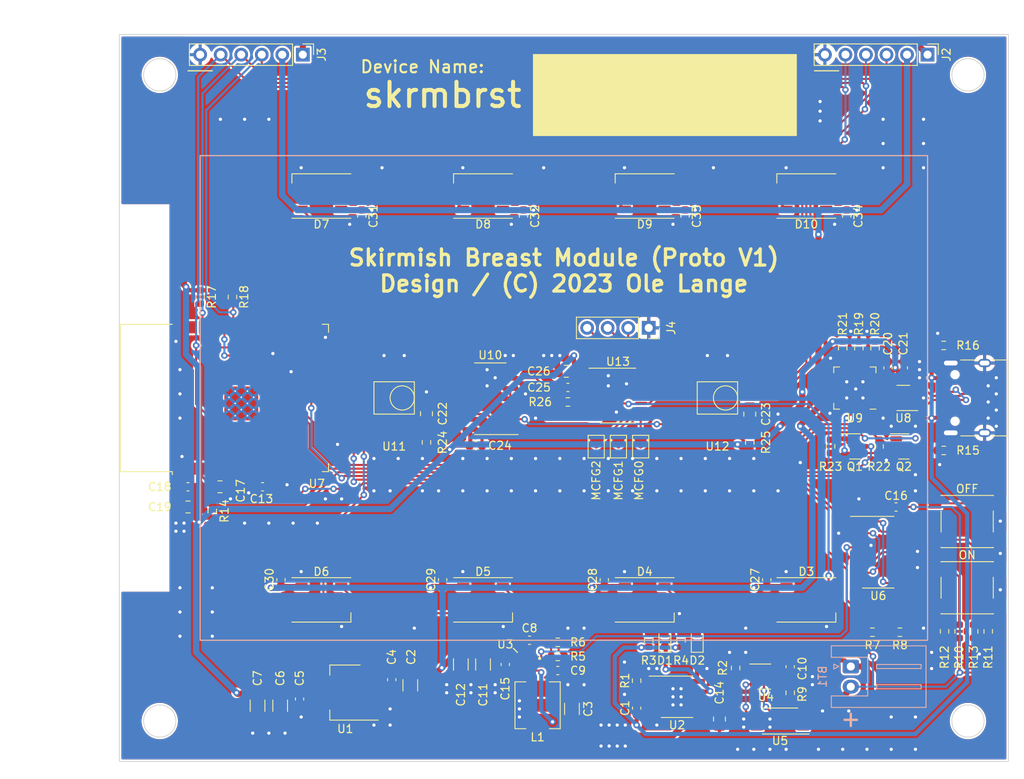
<source format=kicad_pcb>
(kicad_pcb (version 20211014) (generator pcbnew)
  (title_block (title "Skirmish Breast Module") (date "2023-01-29") (rev "Proto V1") (comment 1 "(C) 2023 Ole Lange"))
  (layers (0 "F.Cu" signal) (31 "B.Cu" signal) (34 "B.Paste" user) (35 "F.Paste" user) (36 "B.SilkS" user "B.Silkscreen") (37 "F.SilkS" user "F.Silkscreen") (38 "B.Mask" user) (39 "F.Mask" user) (44 "Edge.Cuts" user))
  (net 0 "")
  (net 1 "BAT_P")
  (net 2 "BAT_N")
  (net 3 "VBUS")
  (net 4 "GND")
  (net 5 "+5V")
  (net 6 "+3V3")
  (net 7 "Net-(C8-Pad1)")
  (net 8 "Net-(C8-Pad2)")
  (net 9 "Net-(C9-Pad2)")
  (net 10 "Net-(C10-Pad2)")
  (net 11 "VBAT_MEASURE")
  (net 12 "ESP_EN")
  (net 13 "Net-(C22-Pad2)")
  (net 14 "Net-(C23-Pad2)")
  (net 15 "LED_CHRG")
  (net 16 "Net-(D1-Pad2)")
  (net 17 "LED_STDBY")
  (net 18 "Net-(D2-Pad2)")
  (net 19 "Net-(D3-Pad2)")
  (net 20 "LED_DIN")
  (net 21 "Net-(D5-Pad2)")
  (net 22 "Net-(D7-Pad2)")
  (net 23 "Net-(J1-PadA5)")
  (net 24 "USB_C_P")
  (net 25 "USB_C_N")
  (net 27 "Net-(J1-PadB5)")
  (net 29 "I2C_SDA")
  (net 30 "I2C_SCL")
  (net 31 "HP_IRQ")
  (net 32 "SWCLK")
  (net 33 "SWDIO")
  (net 34 "NRST")
  (net 35 "MCFG0")
  (net 36 "MCFG1")
  (net 37 "MCFG2")
  (net 38 "Net-(Q1-Pad1)")
  (net 39 "SER_RTS")
  (net 40 "Net-(Q2-Pad1)")
  (net 41 "SER_DTR")
  (net 42 "ESP_IO0")
  (net 43 "Net-(R1-Pad1)")
  (net 44 "Net-(R2-Pad1)")
  (net 45 "Net-(R10-Pad2)")
  (net 46 "Net-(R11-Pad2)")
  (net 47 "PWR_ON")
  (net 48 "PWR_OFF")
  (net 49 "Net-(R19-Pad2)")
  (net 50 "Net-(R21-Pad2)")
  (net 51 "PWR_EN")
  (net 52 "Net-(U4-Pad1)")
  (net 53 "Net-(U4-Pad3)")
  (net 57 "Net-(U6-Pad1)")
  (net 58 "Net-(U6-Pad2)")
  (net 59 "Net-(U6-Pad11)")
  (net 84 "ESP_RXD")
  (net 85 "ESP_TXD")
  (net 87 "USB_N")
  (net 88 "USB_P")
  (net 106 "IR_A")
  (net 107 "IR_B")
  (net 108 "Net-(U10-Pad3)")
  (net 109 "IR_DATA")
  (net 123 "Net-(D4-Pad2)")
  (net 124 "Net-(D8-Pad2)")
  (net 126 "Net-(D6-Pad2)")
  (net 127 "Net-(D10-Pad4)")
  (footprint "Capacitor_SMD:C_0603_1608Metric" (layer "F.Cu") (at 130.5 119 90)
    (fp_text reference "C29")
    (fp_text value "100nF")
  )
  (footprint "Capacitor_SMD:C_0603_1608Metric" (layer "F.Cu") (at 160.5 74 -90)
    (fp_text reference "C33")
    (fp_text value "100nF")
  )
  (footprint "Package_SO:TSSOP-20_4.4x6.5mm_P0.65mm" (layer "F.Cu") (at 152.2 96.2)
    (fp_text reference "U13")
    (fp_text value "STM32G030Fx")
  )
  (footprint "Jumper:SolderJumper-2_P1.3mm_Open_TrianglePad1.0x1.5mm" (layer "F.Cu") (at 155 102.525 -90)
    (fp_text reference "MCFG0")
    (fp_text value "SolderJumper_2_Open")
  )
  (footprint "Connector_PinHeader_2.54mm:PinHeader_1x06_P2.54mm_Vertical" (layer "F.Cu") (at 113.2 54 -90)
    (fp_text reference "J3")
    (fp_text value "Conn_01x06_Male")
  )
  (footprint "LED_SMD:LED_0603_1608Metric" (layer "F.Cu") (at 158 126.499999 90)
    (fp_text reference "D1")
    (fp_text value "CHRG")
  )
  (footprint "Capacitor_SMD:C_0805_2012Metric" (layer "F.Cu") (at 102.95 107.5 180)
    (fp_text reference "C17")
    (fp_text value "10uF")
  )
  (footprint "Connector_PinHeader_2.54mm:PinHeader_1x06_P2.54mm_Vertical" (layer "F.Cu") (at 190.5 54 -90)
    (fp_text reference "J2")
    (fp_text value "Conn_01x06_Male")
  )
  (footprint "LED_SMD:LED_WS2812B_PLCC4_5.0x5.0mm_P3.2mm" (layer "F.Cu") (at 135.5 121.5)
    (fp_text reference "D5")
    (fp_text value "WS2812B")
  )
  (footprint "Capacitor_SMD:C_0603_1608Metric" (layer "F.Cu") (at 185.6 92.775 -90)
    (fp_text reference "C20")
    (fp_text value "100nF")
  )
  (footprint "Package_SO:SO-14_3.9x8.65mm_P1.27mm" (layer "F.Cu") (at 184.4 115.6)
    (fp_text reference "U6")
    (fp_text value "74HC00")
  )
  (footprint "LED_SMD:LED_WS2812B_PLCC4_5.0x5.0mm_P3.2mm" (layer "F.Cu") (at 175.5 121.5)
    (fp_text reference "D3")
    (fp_text value "WS2812B")
  )
  (footprint "Capacitor_SMD:C_0805_2012Metric" (layer "F.Cu") (at 164.75 136.25 -90)
    (fp_text reference "C14")
    (fp_text value "10uF")
  )
  (footprint "Button_Switch_SMD:SW_Push_1P1T_NO_6x6mm_H9.5mm" (layer "F.Cu") (at 195.4 120)
    (fp_text reference "ON")
    (fp_text value "power on")
  )
  (footprint "Resistor_SMD:R_0603_1608Metric" (layer "F.Cu") (at 104.5 84 -90)
    (fp_text reference "R18")
    (fp_text value "4.7kΩ")
  )
  (footprint "Package_TO_SOT_SMD:SOT-223-3_TabPin2" (layer "F.Cu") (at 118.45 132.975 180)
    (fp_text reference "U1")
    (fp_text value "AMS1117-3.3")
  )
  (footprint "Capacitor_SMD:C_0603_1608Metric" (layer "F.Cu") (at 173.5 129.774999 -90)
    (fp_text reference "C10")
    (fp_text value "100nF")
  )
  (footprint "Resistor_SMD:R_0603_1608Metric" (layer "F.Cu") (at 100.5 84 -90)
    (fp_text reference "R17")
    (fp_text value "4.7kΩ")
  )
  (footprint "Capacitor_SMD:C_0805_2012Metric" (layer "F.Cu") (at 128.5 98.449999 -90)
    (fp_text reference "C22")
    (fp_text value "10uF")
  )
  (footprint "RF_Module:ESP32-WROOM-32" (layer "F.Cu") (at 106.5 96.5 90)
    (fp_text reference "U7")
    (fp_text value "ESP32-WROOM-32")
  )
  (footprint "Capacitor_SMD:C_0603_1608Metric" (layer "F.Cu") (at 134.6 102.4)
    (fp_text reference "C24")
    (fp_text value "100nF")
  )
  (footprint "Resistor_SMD:R_0603_1608Metric" (layer "F.Cu") (at 128.5 102 -90)
    (fp_text reference "R24")
    (fp_text value "100Ω")
  )
  (footprint "Jumper:SolderJumper-2_P1.3mm_Open_TrianglePad1.0x1.5mm" (layer "F.Cu") (at 152.25 102.525 -90)
    (fp_text reference "MCFG1")
    (fp_text value "SolderJumper_2_Open")
  )
  (footprint "Jumper:SolderJumper-2_P1.3mm_Open_TrianglePad1.0x1.5mm" (layer "F.Cu") (at 149.5 102.525 -90)
    (fp_text reference "MCFG2")
    (fp_text value "SolderJumper_2_Open")
  )
  (footprint "Resistor_SMD:R_0603_1608Metric" (layer "F.Cu") (at 194.4 125.4 90)
    (fp_text reference "R10")
    (fp_text value "0Ω")
  )
  (footprint "Resistor_SMD:R_0603_1608Metric" (layer "F.Cu") (at 178.5 102.5 90)
    (fp_text reference "R23")
    (fp_text value "10kΩ")
  )
  (footprint "LED_SMD:LED_WS2812B_PLCC4_5.0x5.0mm_P3.2mm" (layer "F.Cu") (at 155.5 121.5)
    (fp_text reference "D4")
    (fp_text value "WS2812B")
  )
  (footprint "Package_SO:SOIC-8-1EP_3.9x4.9mm_P1.27mm_EP2.29x3mm" (layer "F.Cu") (at 159.5 133.5)
    (fp_text reference "U2")
    (fp_text value "TP4056")
  )
  (footprint "olelib:IRM-H6XXT" (layer "F.Cu") (at 124.5 96.5)
    (fp_text reference "U11")
    (fp_text value "IRM-H6XXT")
  )
  (footprint "Capacitor_SMD:C_0603_1608Metric" (layer "F.Cu") (at 108.225 107.5)
    (fp_text reference "C13")
    (fp_text value "100nF")
  )
  (footprint "Resistor_SMD:R_0603_1608Metric" (layer "F.Cu") (at 192.6 125.4 -90)
    (fp_text reference "R12")
    (fp_text value "10kΩ")
  )
  (footprint "Capacitor_SMD:C_0603_1608Metric" (layer "F.Cu") (at 146 95.2 180)
    (fp_text reference "C25")
    (fp_text value "100nF")
  )
  (footprint "Package_TO_SOT_SMD:SOT-23" (layer "F.Cu") (at 181.5 102.5)
    (fp_text reference "Q1")
    (fp_text value "SS8050-G")
  )
  (footprint "Inductor_SMD:L_Sunlord_MWSA05xxS" (layer "F.Cu") (at 142.25 134.549999 90)
    (fp_text reference "L1")
    (fp_text value "1uH")
  )
  (footprint "Connector_USB:USB_C_Receptacle_HRO_TYPE-C-31-M-12" (layer "F.Cu") (at 196.5 96.5 90)
    (fp_text reference "J1" hide)
    (fp_text value "USB_C_Receptacle_USB2.0")
  )
  (footprint "Resistor_SMD:R_0603_1608Metric" (layer "F.Cu") (at 160 126.499999 90)
    (fp_text reference "R4")
    (fp_text value "1kΩ")
  )
  (footprint "Capacitor_SMD:C_0603_1608Metric" (layer "F.Cu") (at 124.2 131.375 -90)
    (fp_text reference "C4")
    (fp_text value "100nF")
  )
  (footprint "Capacitor_SMD:C_1206_3216Metric" (layer "F.Cu") (at 135.499999 129.499999 -90)
    (fp_text reference "C11")
    (fp_text value "22uF")
  )
  (footprint "Capacitor_SMD:C_0603_1608Metric" (layer "F.Cu") (at 186.6 110 180)
    (fp_text reference "C16")
    (fp_text value "100nF")
  )
  (footprint "Capacitor_SMD:C_0603_1608Metric" (layer "F.Cu") (at 144.749999 130.249999 180)
    (fp_text reference "C9")
    (fp_text value "10pF")
  )
  (footprint "Capacitor_SMD:C_0603_1608Metric" (layer "F.Cu") (at 138.25 129.499999 -90)
    (fp_text reference "C15")
    (fp_text value "100nF")
  )
  (footprint "Resistor_SMD:R_0603_1608Metric" (layer "F.Cu") (at 184.5 102.5 -90)
    (fp_text reference "R22")
    (fp_text value "10kΩ")
  )
  (footprint "Resistor_SMD:R_0603_1608Metric" (layer "F.Cu") (at 156 126.499999 90)
    (fp_text reference "R3")
    (fp_text value "1kΩ")
  )
  (footprint "Capacitor_SMD:C_0603_1608Metric" (layer "F.Cu") (at 141.25 126.499999 180)
    (fp_text reference "C8")
    (fp_text value "10nF")
  )
  (footprint "Resistor_SMD:R_0603_1608Metric" (layer "F.Cu") (at 187.075 125.5)
    (fp_text reference "R8")
    (fp_text value "100kΩ")
  )
  (footprint "Resistor_SMD:R_0603_1608Metric" (layer "F.Cu") (at 182 90.325 -90)
    (fp_text reference "R19")
    (fp_text value "47.5kΩ")
  )
  (footprint "Resistor_SMD:R_0603_1608Metric" (layer "F.Cu") (at 192.5 103 180)
    (fp_text reference "R15")
    (fp_text value "5.1kΩ")
  )
  (footprint "Connector_PinSocket_2.54mm:PinSocket_1x04_P2.54mm_Vertical" (layer "F.Cu") (at 156 87.825 -90)
    (fp_text reference "J4")
    (fp_text value "SWD")
  )
  (footprint "Resistor_SMD:R_0603_1608Metric" (layer "F.Cu") (at 102 110.5 90)
    (fp_text reference "R14")
    (fp_text value "10kΩ")
  )
  (footprint "LED_SMD:LED_WS2812B_PLCC4_5.0x5.0mm_P3.2mm" (layer "F.Cu") (at 115.5 121.5)
    (fp_text reference "D6")
    (fp_text value "WS2812B")
  )
  (footprint "Resistor_SMD:R_0603_1608Metric" (layer "F.Cu") (at 144.75 126.749999)
    (fp_text reference "R6")
    (fp_text value "100kΩ")
  )
  (footprint "Resistor_SMD:R_0603_1608Metric" (layer "F.Cu") (at 196.2 125.4 -90)
    (fp_text reference "R13")
    (fp_text value "10kΩ")
  )
  (footprint "Capacitor_SMD:C_1206_3216Metric" (layer "F.Cu") (at 146.5 134.999999 90)
    (fp_text reference "C3")
    (fp_text value "22uF")
  )
  (footprint "Capacitor_SMD:C_1206_3216Metric" (layer "F.Cu") (at 126.5 132.075 -90)
    (fp_text reference "C2")
    (fp_text value "22uF")
  )
  (footprint "Package_DFN_QFN:QFN-28-1EP_5x5mm_P0.5mm_EP3.35x3.35mm" (layer "F.Cu") (at 181.5 95.275 180)
    (fp_text reference "U9")
    (fp_text value "CP2102N-Axx-xQFN28")
  )
  (footprint "Capacitor_SMD:C_0603_1608Metric" (layer "F.Cu") (at 140.5 74 -90)
    (fp_text reference "C32")
    (fp_text value "100nF")
  )
  (footprint "Capacitor_SMD:C_0603_1608Metric" (layer "F.Cu") (at 154.5 134.9 90)
    (fp_text reference "C1")
    (fp_text value "100nF")
  )
  (footprint "Capacitor_SMD:C_0603_1608Metric" (layer "F.Cu") (at 187.5 92.775 -90)
    (fp_text reference "C21")
    (fp_text value "100nF")
  )
  (footprint "Capacitor_SMD:C_0603_1608Metric" (layer "F.Cu") (at 120.5 74 -90)
    (fp_text reference "C31")
    (fp_text value "100nF")
  )
  (footprint "Resistor_SMD:R_0603_1608Metric" (layer "F.Cu") (at 173.5 132.999999 90)
    (fp_text reference "R9")
    (fp_text value "100Ω")
  )
  (footprint "Resistor_SMD:R_0603_1608Metric" (layer "F.Cu") (at 166.75 129.925 90)
    (fp_text reference "R2")
    (fp_text value "1kΩ")
  )
  (footprint "Package_TO_SOT_SMD:SOT-23" (layer "F.Cu") (at 187.562499 102.5)
    (fp_text reference "Q2")
    (fp_text value "SS8050-G")
  )
  (footprint "Package_TO_SOT_SMD:SOT-23-6" (layer "F.Cu") (at 187.5 96.5 180)
    (fp_text reference "U8")
    (fp_text value "USBLC6-2SC6")
  )
  (footprint "Resistor_SMD:R_0603_1608Metric" (layer "F.Cu") (at 192.5 90 180)
    (fp_text reference "R16")
    (fp_text value "5.1kΩ")
  )
  (footprint "Capacitor_SMD:C_0603_1608Metric" (layer "F.Cu") (at 112.8 133.775 -90)
    (fp_text reference "C5")
    (fp_text value "100nF")
  )
  (footprint "Button_Switch_SMD:SW_Push_1P1T_NO_6x6mm_H9.5mm" (layer "F.Cu") (at 195.4 111.8)
    (fp_text reference "OFF")
    (fp_text value "power off")
  )
  (footprint "Capacitor_SMD:C_0805_2012Metric" (layer "F.Cu") (at 145.8 93.2 180)
    (fp_text reference "C26")
    (fp_text value "10uF")
  )
  (footprint "LED_SMD:LED_WS2812B_PLCC4_5.0x5.0mm_P3.2mm" (layer "F.Cu") (at 135.5 71.5 180)
    (fp_text reference "D8")
    (fp_text value "WS2812B")
  )
  (footprint "Package_SO:SO-14_3.9x8.65mm_P1.27mm" (layer "F.Cu") (at 136.4 96.6 180)
    (fp_text reference "U10")
    (fp_text value "74HC00")
  )
  (footprint "Resistor_SMD:R_0603_1608Metric" (layer "F.Cu") (at 168.5 102 -90)
    (fp_text reference "R25")
    (fp_text value "100Ω")
  )
  (footprint "Resistor_SMD:R_0603_1608Metric" (layer "F.Cu") (at 183.675 125.5)
    (fp_text reference "R7")
    (fp_text value "350kΩ")
  )
  (footprint "Resistor_SMD:R_0603_1608Metric" (layer "F.Cu") (at 184 90.325 90)
    (fp_text reference "R20")
    (fp_text value "22kΩ")
  )
  (footprint "Resistor_SMD:R_0603_1608Metric" (layer "F.Cu") (at 154.5 131.499999 90)
    (fp_text reference "R1")
    (fp_text value "1.2kΩ")
  )
  (footprint "Capacitor_SMD:C_0603_1608Metric" (layer "F.Cu") (at 150.5 119 90)
    (fp_text reference "C28")
    (fp_text value "100nF")
  )
  (footprint "Capacitor_SMD:C_0603_1608Metric" (layer "F.Cu") (at 110.5 119 90)
    (fp_text reference "C30")
    (fp_text value "100nF")
  )
  (footprint "Capacitor_SMD:C_0805_2012Metric" (layer "F.Cu") (at 99 110 180)
    (fp_text reference "C19")
    (fp_text value "10uF")
  )
  (footprint "LED_SMD:LED_WS2812B_PLCC4_5.0x5.0mm_P3.2mm" (layer "F.Cu") (at 155.5 71.5 180)
    (fp_text reference "D9")
    (fp_text value "WS2812B")
  )
  (footprint "LED_SMD:LED_WS2812B_PLCC4_5.0x5.0mm_P3.2mm" (layer "F.Cu") (at 175.5 71.5 180)
    (fp_text reference "D10")
    (fp_text value "WS2812B")
  )
  (footprint "Resistor_SMD:R_0603_1608Metric" (layer "F.Cu") (at 180 90.325 -90)
    (fp_text reference "R21")
    (fp_text value "10kΩ")
  )
  (footprint "Capacitor_SMD:C_1206_3216Metric" (layer "F.Cu") (at 132.75 129.499999 -90)
    (fp_text reference "C12")
    (fp_text value "22uF")
  )
  (footprint "LED_SMD:LED_0603_1608Metric" (layer "F.Cu") (at 162 126.499999 90)
    (fp_text reference "D2")
    (fp_text value "STDBY")
  )
  (footprint "Resistor_SMD:R_0603_1608Metric" (layer "F.Cu") (at 146 97)
    (fp_text reference "R26")
    (fp_text value "10kΩ")
  )
  (footprint "Package_SO:TSSOP-8_4.4x3mm_P0.65mm" (layer "F.Cu") (at 172.25 136.5 180)
    (fp_text reference "U5")
    (fp_text value "FS8205A")
  )
  (footprint "Resistor_SMD:R_0603_1608Metric" (layer "F.Cu") (at 198 125.4 90)
    (fp_text reference "R11")
    (fp_text value "0Ω")
  )
  (footprint "Capacitor_SMD:C_1206_3216Metric" (layer "F.Cu") (at 107.6 134.6 -90)
    (fp_text reference "C7")
    (fp_text value "22uF")
  )
  (footprint "olelib:IRM-H6XXT" (layer "F.Cu") (at 164.5 96.5)
    (fp_text reference "U12")
    (fp_text value "IRM-H6XXT")
  )
  (footprint "Capacitor_SMD:C_0603_1608Metric" (layer "F.Cu") (at 170.6 119 90)
    (fp_text reference "C27")
    (fp_text value "100nF")
  )
  (footprint "Resistor_SMD:R_0603_1608Metric" (layer "F.Cu") (at 144.75 128.499999 180)
    (fp_text reference "R5")
    (fp_text value "316kΩ")
  )
  (footprint "Capacitor_SMD:C_0603_1608Metric" (layer "F.Cu") (at 180.5 74 -90)
    (fp_text reference "C34")
    (fp_text value "100nF")
  )
  (footprint "Capacitor_SMD:C_1206_3216Metric" (layer "F.Cu") (at 110.4 134.6 -90)
    (fp_text reference "C6")
    (fp_text value "22uF")
  )
  (footprint "TPS61230ARNSR:IC_TPS61230ARNSR" (layer "F.Cu") (at 140.75 129.499999 -90)
    (fp_text reference "U3")
    (fp_text value "TPS61230ARNSR")
  )
  (footprint "LED_SMD:LED_WS2812B_PLCC4_5.0x5.0mm_P3.2mm" (layer "F.Cu") (at 115.5 71.5 180)
    (fp_text reference "D7")
    (fp_text value "WS2812B")
  )
  (footprint "Capacitor_SMD:C_0805_2012Metric" (layer "F.Cu") (at 168.5 98.5 -90)
    (fp_text reference "C23")
    (fp_text value "10uF")
  )
  (footprint "Package_TO_SOT_SMD:SOT-23-6" (layer "F.Cu") (at 170.3 130.999999)
    (fp_text reference "U4")
    (fp_text value "DW01")
  )
  (footprint "Capacitor_SMD:C_0603_1608Metric" (layer "F.Cu") (at 99 107.5 180)
    (fp_text reference "C18")
    (fp_text value "100nF")
  )
  (footprint "Connector_JST:JST_XH_S2B-XH-A_1x02_P2.50mm_Horizontal" (layer "B.Cu") (at 181 129.75 -90)
    (fp_text reference "BT1")
    (fp_text value "606090")
  )
  (gr_rect (start 100.5 66.5) (end 190.5 126.5) (layer "B.SilkS") (width 0.15) (fill none))
  (gr_line (start 99 56) (end 102 56) (layer "F.SilkS") (width 0.15))
  (gr_rect (start 141.75 54) (end 174.25 64) (layer "F.SilkS") (width 0.15) (fill solid))
  (gr_line (start 139.250001 127.499999) (end 139.75 127.999999) (layer "F.SilkS") (width 0.15))
  (gr_line (start 176.5 56) (end 179.5 56) (layer "F.SilkS") (width 0.15))
  (gr_circle (center 195.5 56.5) (end 197.5 56.5) (layer "Edge.Cuts") (width 0.1) (fill none))
  (gr_rect (start 90.5 141.5) (end 200.5 51.5) (layer "Edge.Cuts") (width 0.1) (fill none))
  (gr_circle (center 95.5 136.5) (end 97.5 136.5) (layer "Edge.Cuts") (width 0.1) (fill none))
  (gr_circle (center 195.5 136.5) (end 197.5 136.5) (layer "Edge.Cuts") (width 0.1) (fill none))
  (gr_circle (center 95.5 56.5) (end 97.5 56.5) (layer "Edge.Cuts") (width 0.1) (fill none))
  (gr_text "+" (at 181 136.5 180) (layer "B.SilkS") (effects (font (size 2 2) (thickness 0.3)) (justify mirror)))
  (gr_text "Device Name:" (at 128 55.5) (layer "F.SilkS") (effects (font (size 1.5 1.5) (thickness 0.25))))
  (gr_text "Skirmish Breast Module (Proto V1)\nDesign / (C) 2023 Ole Lange" (at 145.5 80.75) (layer "F.SilkS") (effects (font (size 2 2) (thickness 0.4))))
  (gr_text "skrmbrst" (at 130.5 59) (layer "F.SilkS") (effects (font (size 3 3) (thickness 0.5))))
  (segment (start 164.645 135.405) (end 164.75 135.3) (width 0.762) (layer "F.Cu") (net 1))
  (segment (start 161.975 135.405) (end 164.645 135.405) (width 0.762) (layer "F.Cu") (net 1))
  (segment (start 173.5 133.824999) (end 179.675001 133.824999) (width 0.762) (layer "F.Cu") (net 1))
  (segment (start 187.375 110) (end 187.375 111.79) (width 0.254) (layer "F.Cu") (net 1))
  (segment (start 164.75 135.3) (end 162 135.3) (width 0.762) (layer "F.Cu") (net 1))
  (segment (start 198 126.225) (end 198 129.75) (width 0.254) (layer "F.Cu") (net 1))
  (segment (start 187.375 111.79) (end 186.875 111.79) (width 0.254) (layer "F.Cu") (net 1))
  (segment (start 182.85 125.5) (end 182.85 127.6) (width 0.254) (layer "F.Cu") (net 1))
  (segment (start 182.85 127.6) (end 183.75 128.5) (width 0.254) (layer "F.Cu") (net 1))
  (segment (start 173.5 133.824999) (end 173.444001 133.769) (width 0.762) (layer "F.Cu") (net 1))
  (segment (start 141.65 130.249999) (end 142.4735 130.249999) (width 0.254) (layer "F.Cu") (net 1))
  (segment (start 159 138.3) (end 148.325001 138.3) (width 0.762) (layer "F.Cu") (net 1))
  (segment (start 166.281 133.769) (end 164.75 135.3) (width 0.762) (layer "F.Cu") (net 1))
  (segment (start 173.444001 133.769) (end 166.281 133.769) (width 0.762) (layer "F.Cu") (net 1))
  (segment (start 198 129.75) (end 197.25 130.5) (width 0.254) (layer "F.Cu") (net 1))
  (segment (start 197.25 130.5) (end 194.5 130.5) (width 0.254) (layer "F.Cu") (net 1))
  (segment (start 188.75 110) (end 187.375 110) (width 0.254) (layer "F.Cu") (net 1))
  (segment (start 142.4735 130.249999) (end 142.7 130.476499) (width 0.254) (layer "F.Cu") (net 1))
  (segment (start 179.675001 133.824999) (end 181 132.5) (width 0.762) (layer "F.Cu") (net 1))
  (segment (start 148.325001 138.3) (end 146.5 136.474999) (width 0.762) (layer "F.Cu") (net 1))
  (segment (start 194.4 130.4) (end 194.5 130.5) (width 0.254) (layer "F.Cu") (net 1))
  (segment (start 181 132.5) (end 181 132.25) (width 0.762) (layer "F.Cu") (net 1))
  (segment (start 162 135.3) (end 159 138.3) (width 0.762) (layer "F.Cu") (net 1))
  (segment (start 194.4 126.225) (end 194.4 130.4) (width 0.254) (layer "F.Cu") (net 1))
  (via (at 194.5 130.5) (size 0.8) (drill 0.4) (layers "F.Cu" "B.Cu") (net 1))
  (via (at 142.7 130.476499) (size 0.8) (drill 0.4) (layers "F.Cu" "B.Cu") (net 1))
  (via (at 144.1 136.6) (size 0.8) (drill 0.4) (layers "F.Cu" "B.Cu") (net 1))
  (via (at 183.75 128.5) (size 0.8) (drill 0.4) (layers "F.Cu" "B.Cu") (net 1))
  (via (at 188.75 110) (size 0.8) (drill 0.4) (layers "F.Cu" "B.Cu") (net 1))
  (segment (start 142.7 130.476499) (end 142.7 135.2) (width 0.508) (layer "B.Cu") (net 1))
  (segment (start 183.75 128.5) (end 183.75 132.25) (width 0.254) (layer "B.Cu") (net 1))
  (segment (start 142.7 135.2) (end 144.1 136.6) (width 0.508) (layer "B.Cu") (net 1))
  (segment (start 192.75 132.25) (end 183.75 132.25) (width 0.254) (layer "B.Cu") (net 1))
  (segment (start 193.5 110) (end 188.75 110) (width 0.254) (layer "B.Cu") (net 1))
  (segment (start 194.5 130.5) (end 192.75 132.25) (width 0.254) (layer "B.Cu") (net 1))
  (segment (start 183.75 132.25) (end 181 132.25) (width 0.254) (layer "B.Cu") (net 1))
  (segment (start 194.5 130.5) (end 194.5 111) (width 0.254) (layer "B.Cu") (net 1))
  (segment (start 194.5 111) (end 193.5 110) (width 0.254) (layer "B.Cu") (net 1))
  (segment (start 182.75 136.5) (end 175 136.5) (width 0.762) (layer "F.Cu") (net 2))
  (segment (start 180.249999 128.999999) (end 181 129.75) (width 0.508) (layer "F.Cu") (net 2))
  (segment (start 172.45 130.049999) (end 173.5 128.999999) (width 0.508) (layer "F.Cu") (net 2))
  (segment (start 183.5 135.75) (end 182.75 136.5) (width 0.762) (layer "F.Cu") (net 2))
  (segment (start 171.4375 130.049999) (end 172.45 130.049999) (width 0.508) (layer "F.Cu") (net 2))
  (segment (start 181 129.75) (end 182.5 129.75) (width 0.762) (layer "F.Cu") (net 2))
  (segment (start 182.5 129.75) (end 183.5 130.75) (width 0.762) (layer "F.Cu") (net 2))
  (segment (start 173.5 128.999999) (end 180.249999 128.999999) (width 0.508) (layer "F.Cu") (net 2))
  (segment (start 183.5 130.75) (end 183.5 135.75) (width 0.762) (layer "F.Cu") (net 2))
  (segment (start 159.3 127.4) (end 159.924999 127.4) (width 0.508) (layer "F.Cu") (net 3))
  (segment (start 187.5 96.75) (end 187.5 98.75) (width 0.25) (layer "F.Cu") (net 3))
  (segment (start 187.25 96.5) (end 187.5 96.75) (width 0.25) (layer "F.Cu") (net 3))
  (segment (start 161.975 129.299999) (end 160 127.324999) (width 0.508) (layer "F.Cu") (net 3))
  (segment (start 161.975 131.595) (end 161.975 129.299999) (width 0.508) (layer "F.Cu") (net 3))
  (segment (start 189 89.5) (end 191 91.5) (width 0.508) (layer "F.Cu") (net 3))
  (segment (start 184 89.5) (end 189 89.5) (width 0.508) (layer "F.Cu") (net 3))
  (segment (start 187.5 98.75) (end 187.75 99) (width 0.25) (layer "F.Cu") (net 3))
  (segment (start 187.75 99) (end 191 99) (width 0.25) (layer "F.Cu") (net 3))
  (segment (start 154.77 135.405) (end 154.5 135.675) (width 0.508) (layer "F.Cu") (net 3))
  (segment (start 192.455 98.95) (end 191.05 98.95) (width 0.508) (layer "F.Cu") (net 3))
  (segment (start 191.05 98.95) (end 191 99) (width 0.508) (layer "F.Cu") (net 3))
  (segment (start 192.455 94.05) (end 191.05 94.05) (width 0.508) (layer "F.Cu") (net 3))
  (segment (start 186.3625 96.5) (end 187.25 96.5) (width 0.25) (layer "F.Cu") (net 3))
  (segment (start 156 127.324999) (end 155.175001 127.324999) (width 0.508) (layer "F.Cu") (net 3))
  (segment (start 191.05 94.05) (end 191 94) (width 0.508) (layer "F.Cu") (net 3))
  (segment (start 159.924999 127.4) (end 160 127.324999) (width 0.508) (layer "F.Cu") (net 3))
  (segment (start 155.175001 127.324999) (end 155.1 127.4) (width 0.508) (layer "F.Cu") (net 3))
  (segment (start 191 91.5) (end 191 94) (width 0.508) (layer "F.Cu") (net 3))
  (segment (start 157.025 135.405) (end 154.77 135.405) (width 0.508) (layer "F.Cu") (net 3))
  (segment (start 154.5 137) (end 154.5 135.675) (width 0.508) (layer "F.Cu") (net 3))
  (via (at 191 99) (size 0.8) (drill 0.4) (layers "F.Cu" "B.Cu") (net 3))
  (via (at 159.3 127.4) (size 0.8) (drill 0.4) (layers "F.Cu" "B.Cu") (net 3))
  (via (at 154.5 137) (size 0.8) (drill 0.4) (layers "F.Cu" "B.Cu") (net 3))
  (via (at 191 94) (size 0.8) (drill 0.4) (layers "F.Cu" "B.Cu") (net 3))
  (via (at 155.1 127.4) (size 0.8) (drill 0.4) (layers "F.Cu" "B.Cu") (net 3))
  (segment (start 191 106.4) (end 195.4 110.8) (width 0.508) (layer "B.Cu") (net 3))
  (segment (start 195.4 131.7) (end 188.996 138.104) (width 0.508) (layer "B.Cu") (net 3))
  (segment (start 188.996 138.104) (end 155.604 138.104) (width 0.508) (layer "B.Cu") (net 3))
  (segment (start 191 94) (end 191 99) (width 0.508) (layer "B.Cu") (net 3))
  (segment (start 195.4 110.8) (end 195.4 131.7) (width 0.508) (layer "B.Cu") (net 3))
  (segment (start 191 99) (end 191 106.4) (width 0.508) (layer "B.Cu") (net 3))
  (segment (start 155.604 138.104) (end 154.5 137) (width 0.508) (layer "B.Cu") (net 3))
  (segment (start 151.8 134.3) (end 151.8 128.5) (width 0.508) (layer "B.Cu") (net 3))
  (segment (start 154.5 137) (end 151.8 134.3) (width 0.508) (layer "B.Cu") (net 3))
  (segment (start 151.8 128.5) (end 152.9 127.4) (width 0.508) (layer "B.Cu") (net 3))
  (segment (start 155.1 127.4) (end 159.3 127.4) (width 0.508) (layer "B.Cu") (net 3))
  (segment (start 152.9 127.4) (end 155.1 127.4) (width 0.508) (layer "B.Cu") (net 3))
  (segment (start 183.95 95.775) (end 182 95.775) (width 0.254) (layer "F.Cu") (net 4))
  (segment (start 182 95.775) (end 181.6125 95.3875) (width 0.254) (layer "F.Cu") (net 4))
  (segment (start 181.6125 95.3875) (end 181.5 95.275) (width 0.254) (layer "F.Cu") (net 4))
  (via (at 118 124.8) (size 0.8) (drill 0.4) (layers "F.Cu" "B.Cu") (net 4))
  (via (at 109 62) (size 0.8) (drill 0.4) (layers "F.Cu" "B.Cu") (net 4))
  (via (at 157 104) (size 0.8) (drill 0.4) (layers "F.Cu" "B.Cu") (net 4))
  (via (at 130 108) (size 0.8) (drill 0.4) (layers "F.Cu" "B.Cu") (net 4))
  (via (at 109.5 91) (size 0.8) (drill 0.4) (layers "F.Cu" "B.Cu") (net 4))
  (via (at 166 104) (size 0.8) (drill 0.4) (layers "F.Cu" "B.Cu") (net 4))
  (via (at 190 96.5) (size 0.8) (drill 0.4) (layers "F.Cu" "B.Cu") (net 4))
  (via (at 148 132) (size 0.8) (drill 0.4) (layers "F.Cu" "B.Cu") (net 4))
  (via (at 198 99) (size 0.8) (drill 0.4) (layers "F.Cu" "B.Cu") (net 4))
  (via (at 178 124.8) (size 0.8) (drill 0.4) (layers "F.Cu" "B.Cu") (net 4))
  (via (at 113 136) (size 0.8) (drill 0.4) (layers "F.Cu" "B.Cu") (net 4))
  (via (at 168 125) (size 0.8) (drill 0.4) (layers "F.Cu" "B.Cu") (net 4))
  (via (at 164 68) (size 0.8) (drill 0.4) (layers "F.Cu" "B.Cu") (net 4))
  (via (at 180.75 135.25) (size 0.8) (drill 0.4) (layers "F.Cu" "B.Cu") (net 4))
  (via (at 183 140) (size 0.8) (drill 0.4) (layers "F.Cu" "B.Cu") (net 4))
  (via (at 190 125) (size 0.8) (drill 0.4) (layers "F.Cu" "B.Cu") (net 4))
  (via (at 189.5 93) (size 0.8) (drill 0.4) (layers "F.Cu" "B.Cu") (net 4))
  (via (at 151.1 139.6) (size 0.8) (drill 0.4) (layers "F.Cu" "B.Cu") (net 4))
  (via (at 159.8 123.2) (size 0.8) (drill 0.4) (layers "F.Cu" "B.Cu") (net 4))
  (via (at 160 134.5) (size 0.8) (drill 0.4) (layers "F.Cu" "B.Cu") (net 4))
  (via (at 163 104) (size 0.8) (drill 0.4) (layers "F.Cu" "B.Cu") (net 4))
  (via (at 137 132) (size 0.8) (drill 0.4) (layers "F.Cu" "B.Cu") (net 4))
  (via (at 111.75 93.25) (size 0.8) (drill 0.4) (layers "F.Cu" "B.Cu") (net 4))
  (via (at 180.5 94.5) (size 0.8) (drill 0.4) (layers "F.Cu" "B.Cu") (net 4))
  (via (at 113 118) (size 0.8) (drill 0.4) (layers "F.Cu" "B.Cu") (net 4))
  (via (at 173 68) (size 0.8) (drill 0.4) (layers "F.Cu" "B.Cu") (net 4))
  (via (at 171 137.25) (size 0.8) (drill 0.4) (layers "F.Cu" "B.Cu") (net 4))
  (via (at 171 140) (size 0.8) (drill 0.4) (layers "F.Cu" "B.Cu") (net 4))
  (via (at 168 128) (size 0.8) (drill 0.4) (layers "F.Cu" "B.Cu") (net 4))
  (via (at 134 133) (size 0.8) (drill 0.4) (layers "F.Cu" "B.Cu") (net 4))
  (via (at 178.495196 91.578277) (size 0.8) (drill 0.4) (layers "F.Cu" "B.Cu") (net 4))
  (via (at 139 104) (size 0.8) (drill 0.4) (layers "F.Cu" "B.Cu") (net 4))
  (via (at 98.25 103.75) (size 0.8) (drill 0.4) (layers "F.Cu" "B.Cu") (net 4))
  (via (at 119 75) (size 0.8) (drill 0.4) (layers "F.Cu" "B.Cu") (net 4))
  (via (at 177.2 61) (size 0.8) (drill 0.4) (layers "F.Cu" "B.Cu") (net 4))
  (via (at 185.4 104.2) (size 0.8) (drill 0.4) (layers "F.Cu" "B.Cu") (net 4))
  (via (at 102 120) (size 0.8) (drill 0.4) (layers "F.Cu" "B.Cu") (net 4))
  (via (at 113 68) (size 0.8) (drill 0.4) (layers "F.Cu" "B.Cu") (net 4))
  (via (at 142 99) (size 0.8) (drill 0.4) (layers "F.Cu" "B.Cu") (net 4))
  (via (at 172 108) (size 0.8) (drill 0.4) (layers "F.Cu" "B.Cu") (net 4))
  (via (at 174.75 104.5) (size 0.8) (drill 0.4) (layers "F.Cu" "B.Cu") (net 4))
  (via (at 163.25 91.25) (size 0.8) (drill 0.4) (layers "F.Cu" "B.Cu") (net 4))
  (via (at 182 109) (size 0.8) (drill 0.4) (layers "F.Cu" "B.Cu") (net 4))
  (via (at 199.5 115.75) (size 0.8) (drill 0.4) (layers "F.Cu" "B.Cu") (net 4))
  (via (at 98 96) (size 0.8) (drill 0.4) (layers "F.Cu" "B.Cu") (net 4))
  (via (at 148 125) (size 0.8) (drill 0.4) (layers "F.Cu" "B.Cu") (net 4))
  (via (at 165.75 91.25) (size 0.8) (drill 0.4) (layers "F.Cu" "B.Cu") (net 4))
  (via (at 107 138) (size 0.8) (drill 0.4) (layers "F.Cu" "B.Cu") (net 4))
  (via (at 138 124.8) (size 0.8) (drill 0.4) (layers "F.Cu" "B.Cu") (net 4))
  (via (at 117.5 102.25) (size 0.8) (drill 0.4) (layers "F.Cu" "B.Cu") (net 4))
  (via (at 137 133) (size 0.8) (drill 0.4) (layers "F.Cu" "B.Cu") (net 4))
  (via (at 133 104) (size 0.8) (drill 0.4) (layers "F.Cu" "B.Cu") (net 4))
  (via (at 183.5 114.75) (size 0.8) (drill 0.4) (layers "F.Cu" "B.Cu") (net 4))
  (via (at 177.2 59.8) (size 0.8) (drill 0.4) (layers "F.Cu" "B.Cu") (net 4))
  (via (at 189 100) (size 0.8) (drill 0.4) (layers "F.Cu" "B.Cu") (net 4))
  (via (at 159 133.5) (size 0.8) (drill 0.4) (layers "F.Cu" "B.Cu") (net 4))
  (via (at 172 98.5) (size 0.8) (drill 0.4) (layers "F.Cu" "B.Cu") (net 4))
  (via (at 176.25 132) (size 0.8) (drill 0.4) (layers "F.Cu" "B.Cu") (net 4))
  (via (at 180.5 96.5) (size 0.8) (drill 0.4) (layers "F.Cu" "B.Cu") (net 4))
  (via (at 181.6125 95.3875) (size 0.8) (drill 0.4) (layers "F.Cu" "B.Cu") (net 4))
  (via (at 138.25 91.25) (size 0.8) (drill 0.4) (layers "F.Cu" "B.Cu") (net 4))
  (via (at 159 75) (size 0.8) (drill 0.4) (layers "F.Cu" "B.Cu") (net 4))
  (via (at 189 136) (size 0.8) (drill 0.4) (layers "F.Cu" "B.Cu") (net 4))
  (via (at 97.5 89.5) (size 0.8) (drill 0.4) (layers "F.Cu" "B.Cu") (net 4))
  (via (at 153.1 139.6) (size 0.8) (drill 0.4) (layers "F.Cu" "B.Cu") (net 4))
  (via (at 127 125) (size 0.8) (drill 0.4) (layers "F.Cu" "B.Cu") (net 4))
  (via (at 98 93) (size 0.8) (drill 0.4) (layers "F.Cu" "B.Cu") (net 4))
  (via (at 190 65) (size 0.8) (drill 0.4) (layers "F.Cu" "B.Cu") (net 4))
  (via (at 177.2 62.2) (size 0.8) (drill 0.4) (layers "F.Cu" "B.Cu") (net 4))
  (via (at 145 104) (size 0.8) (drill 0.4) (layers "F.Cu" "B.Cu") (net 4))
  (via (at 167 140) (size 0.8) (drill 0.4) (layers "F.Cu" "B.Cu") (net 4))
  (via (at 151 93.75) (size 0.8) (drill 0.4) (layers "F.Cu" "B.Cu") (net 4))
  (via (at 148 108) (size 0.8) (drill 0.4) (layers "F.Cu" "B.Cu") (net 4))
  (via (at 123.25 91.25) (size 0.8) (drill 0.4) (layers "F.Cu" "B.Cu") (net 4))
  (via (at 189.25 117.5) (size 0.8) (drill 0.4) (layers "F.Cu" "B.Cu") (net 4))
  (via (at 146 132) (size 0.8) (drill 0.4) (layers "F.Cu" "B.Cu") (net 4))
  (via (at 128 104) (size 0.8) (drill 0.4) (layers "F.Cu" "B.Cu") (net 4))
  (via (at 199 100) (size 0.8) (drill 0.4) (layers "F.Cu" "B.Cu") (net 4))
  (via (at 189.5 92) (size 0.8) (drill 0.4) (layers "F.Cu" "B.Cu") (net 4))
  (via (at 115 112) (size 0.8) (drill 0.4) (layers "F.Cu" "B.Cu") (net 4))
  (via (at 143 91.25) (size 0.8) (drill 0.4) (layers "F.Cu" "B.Cu") (net 4))
  (via (at 153.25 94.75) (size 0.8) (drill 0.4) (layers "F.Cu" "B.Cu") (net 4))
  (via (at 169 108) (size 0.8) (drill 0.4) (layers "F.Cu" "B.Cu") (net 4))
  (via (at 140 134) (size 0.8) (drill 0.4) (layers "F.Cu" "B.Cu") (net 4))
  (via (at 98 99) (size 0.8) (drill 0.4) (layers "F.Cu" "B.Cu") (net 4))
  (via (at 97.5 113) (size 0.8) (drill 0.4) (layers "F.Cu" "B.Cu") (net 4))
  (via (at 153 133.2) (size 0.8) (drill 0.4) (layers "F.Cu" "B.Cu") (net 4))
  (via (at 180 140) (size 0.8) (drill 0.4) (layers "F.Cu" "B.Cu") (net 4))
  (via (at 152.1 137) (size 0.8) (drill 0.4) (layers "F.Cu" "B.Cu") (net 4))
  (via (at 111.25 107.25) (size 0.8) (drill 0.4) (layers "F.Cu" "B.Cu") (net 4))
  (via (at 111 138) (size 0.8) (drill 0.4) (layers "F.Cu" "B.Cu") (net 4))
  (via (at 124 137) (size 0.8) (drill 0.4) (layers "F.Cu" "B.Cu") (net 4))
  (via (at 156 130) (size 0.8) (drill 0.4) (layers "F.Cu" "B.Cu") (net 4))
  (via (at 140 136) (size 0.8) (drill 0.4) (layers "F.Cu" "B.Cu") (net 4))
  (via (at 186 140) (size 0.8) (drill 0.4) (layers "F.Cu" "B.Cu") (net 4))
  (via (at 137 94) (size 0.8) (drill 0.4) (layers "F.Cu" "B.Cu") (net 4))
  (via (at 106 112) (size 0.8) (drill 0.4) (layers "F.Cu" "B.Cu") (net 4))
  (via (at 189.5 94) (size 0.8) (drill 0.4) (layers "F.Cu" "B.Cu") (net 4))
  (via (at 123 68) (size 0.8) (drill 0.4) (layers "F.Cu" "B.Cu") (net 4))
  (via (at 169 140) (size 0.8) (drill 0.4) (layers "F.Cu" "B.Cu") (net 4))
  (via (at 190 68) (size 0.8) (drill 0.4) (layers "F.Cu" "B.Cu") (net 4))
  (via (at 191 128) (size 0.8) (drill 0.4) (layers "F.Cu" "B.Cu") (net 4))
  (via (at 192 104.75) (size 0.8) (drill 0.4) (layers "F.Cu" "B.Cu") (net 4))
  (via (at 153 118) (size 0.8) (drill 0.4) (layers "F.Cu" "B.Cu") (net 4))
  (via (at 106 62) (size 0.8) (drill 0.4) (layers "F.Cu" "B.Cu") (net 4))
  (via (at 157 130) (size 0.8) (drill 0.4) (layers "F.Cu" "B.Cu") (net 4))
  (via (at 154 104) (size 0.8) (drill 0.4) (layers "F.Cu" "B.Cu") (net 4))
  (via (at 153 68) (size 0.8) (drill 0.4) (layers "F.Cu" "B.Cu") (net 4))
  (via (at 152 98.25) (size 0.8) (drill 0.4) (layers "F.Cu" "B.Cu") (net 4))
  (via (at 163.2 130) (size 0.8) (drill 0.4) (layers "F.Cu" "B.Cu") (net 4))
  (via (at 152.1 139.6) (size 0.8) (drill 0.4) (layers "F.Cu" "B.Cu") (net 4))
  (via (at 157 137) (size 0.8) (drill 0.4) (layers "F.Cu" "B.Cu") (net 4))
  (via (at 160 133.5) (size 0.8) (drill 0.4) (layers "F.Cu" "B.Cu") (net 4))
  (via (at 191 130) (size 0.8) (drill 0.4) (layers "F.Cu" "B.Cu") (net 4))
  (via (at 116 89) (size 0.8) (drill 0.4) (layers "F.Cu" "B.Cu") (net 4))
  (via (at 189 106) (size 0.8) (drill 0.4) (layers "F.Cu" "B.Cu") (net 4))
  (via (at 169 104) (size 0.8) (drill 0.4) (layers "F.Cu" "B.Cu") (net 4))
  (via (at 133 118) (size 0.8) (drill 0.4) (layers "F.Cu" "B.Cu") (net 4))
  (via (at 199.5 120.25) (size 0.8) (drill 0.4) (layers "F.Cu" "B.Cu") (net 4))
  (via (at 148 104) (size 0.8) (drill 0.4) (layers "F.Cu" "B.Cu") (net 4))
  (via (at 150.1 139.6) (size 0.8) (drill 0.4) (layers "F.Cu" "B.Cu") (net 4))
  (via (at 185 65) (size 0.8) (drill 0.4) (layers "F.Cu" "B.Cu") (net 4))
  (via (at 166 128) (size 0.8) (drill 0.4) (layers "F.Cu" "B.Cu") (net 4))
  (via (at 198 95) (size 0.8) (drill 0.4) (layers "F.Cu" "B.Cu") (net 4))
  (via (at 159 132.5) (size 0.8) (drill 0.4) (layers "F.Cu" "B.Cu") (net 4))
  (via (at 179.5 113.25) (size 0.8) (drill 0.4) (layers "F.Cu" "B.Cu") (net 4))
  (via (at 178.418366 98.403379) (size 0.8) (drill 0.4) (layers "F.Cu" "B.Cu") (net 4))
  (via (at 185 62) (size 0.8) (drill 0.4) (layers "F.Cu" "B.Cu") (net 4))
  (via (at 104.25 109) (size 0.8) (drill 0.4) (layers "F.Cu" "B.Cu") (net 4))
  (via (at 191.75 88.5) (size 0.8) (drill 0.4) (layers "F.Cu" "B.Cu") (net 4))
  (via (at 199 96) (size 0.8) (drill 0.4) (layers "F.Cu" "B.Cu") (net 4))
  (via (at 136 108) (size 0.8) (drill 0.4) (layers "F.Cu" "B.Cu") (net 4))
  (via (at 163 108) (size 0.8) (drill 0.4) (layers "F.Cu" "B.Cu") (net 4))
  (via (at 122 137) (size 0.8) (drill 0.4) (layers "F.Cu" "B.Cu") (net 4))
  (via (at 177 140) (size 0.8) (drill 0.4) (layers "F.Cu" "B.Cu") (net 4))
  (via (at 199.5 111.75) (size 0.8) (drill 0.4) (layers "F.Cu" "B.Cu") (net 4))
  (via (at 131 132) (size 0.8) (drill 0.4) (layers "F.Cu" "B.Cu") (net 4))
  (via (at 98.5 112) (size 0.8) (drill 0.4) (layers "F.Cu" "B.Cu") (net 4))
  (via (at 199 98) (size 0.8) (drill 0.4) (layers "F.Cu" "B.Cu") (net 4))
  (via (at 142 108) (size 0.8) (drill 0.4) (layers "F.Cu" "B.Cu") (net 4))
  (via (at 179 75) (size 0.8) (drill 0.4) (layers "F.Cu" "B.Cu") (net 4))
  (via (at 182.5 94.5) (size 0.8) (drill 0.4) (layers "F.Cu" "B.Cu") (net 4))
  (via (at 189.25 115.5) (size 0.8) (drill 0.4) (layers "F.Cu" "B.Cu") (net 4))
  (via (at 136 93) (size 0.8) (drill 0.4) (layers "F.Cu" "B.Cu") (net 4))
  (via (at 125 104) (size 0.8) (drill 0.4) (layers "F.Cu" "B.Cu") (net 4))
  (via (at 186 136) (size 0.8) (drill 0.4) (layers "F.Cu" "B.Cu") (net 4))
  (via (at 177.5 135.25) (size 0.8) (drill 0.4) (layers "F.Cu" "B.Cu") (net 4))
  (via (at 160 108) (size 0.8) (drill 0.4) (layers "F.Cu" "B.Cu") (net 4))
  (via (at 131 133) (size 0.8) (drill 0.4) (layers "F.Cu" "B.Cu") (net 4))
  (via (at 182.5 96.5) (size 0.8) (drill 0.4) (layers "F.Cu" "B.Cu") (net 4))
  (via (at 122 104) (size 0.8) (drill 0.4) (layers "F.Cu" "B.Cu") (net 4))
  (via (at 173 118) (size 0.8) (drill 0.4) (layers "F.Cu" "B.Cu") (net 4))
  (via (at 109 112) (size 0.8) (drill 0.4) (layers "F.Cu" "B.Cu") (net 4))
  (via (at 183 88.25) (size 0.8) (drill 0.4) (layers "F.Cu" "B.Cu") (net 4))
  (via (at 160 132.5) (size 0.8) (drill 0.4) (layers "F.Cu" "B.Cu") (net 4))
  (via (at 122 108) (size 0.8) (drill 0.4) (layers "F.Cu" "B.Cu") (net 4))
  (via (at 98 126) (size 0.8) (drill 0.4) (layers "F.Cu" "B.Cu") (net 4))
  (via (at 139.25 91.25) (size 0.8) (drill 0.4) (layers "F.Cu" "B.Cu") (net 4))
  (via (at 102 126) (size 0.8) (drill 0.4) (layers "F.Cu" "B.Cu") (net 4))
  (via (at 136 95) (size 0.8) (drill 0.4) (layers "F.Cu" "B.Cu") (net 4))
  (via (at 151 104) (size 0.8) (drill 0.4) (layers "F.Cu" "B.Cu") (net 4))
  (via (at 185 68) (size 0.8) (drill 0.4) (layers "F.Cu" "B.Cu") (net 4))
  (via (at 98 120) (size 0.8) (drill 0.4) (layers "F.Cu" "B.Cu") (net 4))
  (via (at 150.1 137) (size 0.8) (drill 0.4) (layers "F.Cu" "B.Cu") (net 4))
  (via (at 185 99) (size 0.8) (drill 0.4) (layers "F.Cu" "B.Cu") (net 4))
  (via (at 176.25 131) (size 0.8) (drill 0.4) (layers "F.Cu" "B.Cu") (net 4))
  (via (at 157 108) (size 0.8) (drill 0.4) (layers "F.Cu" "B.Cu") (net 4))
  (via (at 118 109) (size 0.8) (drill 0.4) (layers "F.Cu" "B.Cu") (net 4))
  (via (at 140 135) (size 0.8) (drill 0.4) (layers "F.Cu" "B.Cu") (net 4))
  (via (at 124 135) (size 0.8) (drill 0.4) (layers "F.Cu" "B.Cu") (net 4))
  (via (at 98 123) (size 0.8) (drill 0.4) (layers "F.Cu" "B.Cu") (net 4))
  (via (at 167.75 136.25) (size 0.8) (drill 0.4) (layers "F.Cu" "B.Cu") (net 4))
  (via (at 116 109) (size 0.8) (drill 0.4) (layers "F.Cu" "B.Cu") (net 4))
  (via (at 181 88.25) (size 0.8) (drill 0.4) (layers "F.Cu" "B.Cu") (net 4))
  (via (at 145 108) (size 0.8) (drill 0.4) (layers "F.Cu" "B.Cu") (net 4))
  (via (at 189 108) (size 0.8) (drill 0.4) (layers "F.Cu" "B.Cu") (net 4))
  (via (at 143 68) (size 0.8) (drill 0.4) (layers "F.Cu" "B.Cu") (net 4))
  (via (at 146 125) (size 0.8) (drill 0.4) (layers "F.Cu" "B.Cu") (net 4))
  (via (at 124 108) (size 0.8) (drill 0.4) (layers "F.Cu" "B.Cu") (net 4))
  (via (at 153.1 137) (size 0.8) (drill 0.4) (layers "F.Cu" "B.Cu") (net 4))
  (via (at 151 108) (size 0.8) (drill 0.4) (layers "F.Cu" "B.Cu") (net 4))
  (via (at 189 140) (size 0.8) (drill 0.4) (layers "F.Cu" "B.Cu") (net 4))
  (via (at 144 91.25) (size 0.8) (drill 0.4) (layers "F.Cu" "B.Cu") (net 4))
  (via (at 133 68) (size 0.8) (drill 0.4) (layers "F.Cu" "B.Cu") (net 4))
  (via (at 198 97) (size 0.8) (drill 0.4) (layers "F.Cu" "B.Cu") (net 4))
  (via (at 98.5 113) (size 0.8) (drill 0.4) (layers "F.Cu" "B.Cu") (net 4))
  (via (at 139 108) (size 0.8) (drill 0.4) (layers "F.Cu" "B.Cu") (net 4))
  (via (at 97.5 112) (size 0.8) (drill 0.4) (layers "F.Cu" "B.Cu") (net 4))
  (via (at 151 95) (size 0.8) (drill 0.4) (layers "F.Cu" "B.Cu") (net 4))
  (via (at 142 104) (size 0.8) (drill 0.4) (layers "F.Cu" "B.Cu") (net 4))
  (via (at 133 108) (size 0.8) (drill 0.4) (layers "F.Cu" "B.Cu") (net 4))
  (via (at 199 94) (size 0.8) (drill 0.4) (layers "F.Cu" "B.Cu") (net 4))
  (via (at 136 104) (size 0.8) (drill 0.4) (layers "F.Cu" "B.Cu") (net 4))
  (via (at 166 108) (size 0.8) (drill 0.4) (layers "F.Cu" "B.Cu") (net 4))
  (via (at 159 134.5) (size 0.8) (drill 0.4) (layers "F.Cu" "B.Cu") (net 4))
  (via (at 112 112) (size 0.8) (drill 0.4) (layers "F.Cu" "B.Cu") (net 4))
  (via (at 145 91.25) (size 0.8) (drill 0.4) (layers "F.Cu" "B.Cu") (net 4))
  (via (at 167.75 137.25) (size 0.8) (drill 0.4) (layers "F.Cu" "B.Cu") (net 4))
  (via (at 125.75 91.25) (size 0.8) (drill 0.4) (layers "F.Cu" "B.Cu") (net 4))
  (via (at 173 140) (size 0.8) (drill 0.4) (layers "F.Cu" "B.Cu") (net 4))
  (via (at 186 100) (size 0.8) (drill 0.4) (layers "F.Cu" "B.Cu") (net 4))
  (via (at 153 129.2) (size 0.8) (drill 0.4) (layers "F.Cu" "B.Cu") (net 4))
  (via (at 128 108) (size 0.8) (drill 0.4) (layers "F.Cu" "B.Cu") (net 4))
  (via (at 190 62) (size 0.8) (drill 0.4) (layers "F.Cu" "B.Cu") (net 4))
  (via (at 106.5 108.25) (size 0.8) (drill 0.4) (layers "F.Cu" "B.Cu") (net 4))
  (via (at 160 104) (size 0.8) (drill 0.4) (layers "F.Cu" "B.Cu") (net 4))
  (via (at 134 132) (size 0.8) (drill 0.4) (layers "F.Cu" "B.Cu") (net 4))
  (via (at 171 136.25) (size 0.8) (drill 0.4) (layers "F.Cu" "B.Cu") (net 4))
  (via (at 103 62) (size 0.8) (drill 0.4) (layers "F.Cu" "B.Cu") (net 4))
  (via (at 139 75) (size 0.8) (drill 0.4) (layers "F.Cu" "B.Cu") (net 4))
  (via (at 102 123) (size 0.8) (drill 0.4) (layers "F.Cu" "B.Cu") (net 4))
  (via (at 128.5 95.75) (size 0.8) (drill 0.4) (layers "F.Cu" "B.Cu") (net 4))
  (via (at 196.9 128.2) (size 0.8) (drill 0.4) (layers "F.Cu" "B.Cu") (net 4))
  (via (at 109 138) (size 0.8) (drill 0.4) (layers "F.Cu" "B.Cu") (net 4))
  (via (at 151.1 137) (size 0.8) (drill 0.4) (layers "F.Cu" "B.Cu") (net 4))
  (via (at 154 108) (size 0.8) (drill 0.4) (layers "F.Cu" "B.Cu") (net 4))
  (via (at 140.75 96) (size 0.8) (drill 0.4) (layers "F.Cu" "B.Cu") (net 4))
  (segment (start 150.5 119.775) (end 149.225 119.775) (width 0.508) (layer "F.Cu") (net 5))
  (segment (start 130.5 119.775) (end 132.975 119.775) (width 0.508) (layer "F.Cu") (net 5))
  (segment (start 149.225 119.775) (end 149 120) (width 0.508) (layer "F.Cu") (net 5))
  (segment (start 161.725 73.225) (end 161.75 73.25) (width 0.508) (layer "F.Cu") (net 5))
  (segment (start 177 76.25) (end 177 97.625) (width 0.762) (layer "F.Cu") (net 5))
  (segment (start 121.725 73.225) (end 121.75 73.25) (width 0.508) (layer "F.Cu") (net 5))
  (segment (start 177 97.625) (end 174.75 99.875) (width 0.762) (layer "F.Cu") (net 5))
  (segment (start 140.5 73.225) (end 141.725 73.225) (width 0.508) (layer "F.Cu") (net 5))
  (segment (start 180.5 73.225) (end 181.725 73.225) (width 0.508) (layer "F.Cu") (net 5))
  (segment (start 118.025 73.225) (end 117.95 73.15) (width 0.508) (layer "F.Cu") (net 5))
  (segment (start 112.975 119.775) (end 113.05 119.85) (width 0.508) (layer "F.Cu") (net 5))
  (segment (start 132.975 119.775) (end 133.05 119.85) (width 0.508) (layer "F.Cu") (net 5))
  (segment (start 178.025 73.225) (end 177.95 73.15) (width 0.508) (layer "F.Cu") (net 5))
  (segment (start 130.4 129.9) (end 129.7 130.6) (width 0.762) (layer "F.Cu") (net 5))
  (segment (start 145.575 130.199998) (end 145.524999 130.249999) (width 0.254) (layer "F.Cu") (net 5))
  (segment (start 160.5 73.225) (end 161.725 73.225) (width 0.508) (layer "F.Cu") (net 5))
  (segment (start 139.3 126.1) (end 139.3 128.3) (width 0.254) (layer "F.Cu") (net 5))
  (segment (start 120.5 73.225) (end 121.725 73.225) (width 0.508) (layer "F.Cu") (net 5))
  (segment (start 158.025 73.225) (end 157.95 73.15) (width 0.508) (layer "F.Cu") (net 5))
  (segment (start 140.5 73.225) (end 138.025 73.225) (width 0.508) (layer "F.Cu") (net 5))
  (segment (start 140 125.4) (end 139.3 126.1) (width 0.254) (layer "F.Cu") (net 5))
  (segment (start 126.5 130.6) (end 124.2 130.6) (width 0.762) (layer "F.Cu") (net 5))
  (segment (start 141.725 73.225) (end 141.75 73.25) (width 0.508) (layer "F.Cu") (net 5))
  (segment (start 144.848 126.048) (end 144.2 125.4) (width 0.254) (layer "F.Cu") (net 5))
  (segment (start 110.5 119.775) (end 112.975 119.775) (width 0.508) (layer "F.Cu") (net 5))
  (segment (start 121.6 130.675) (end 124.125 130.675) (width 0.762) (layer "F.Cu") (net 5))
  (segment (start 172.975 119.775) (end 173.05 119.85) (width 0.508) (layer "F.Cu") (net 5))
  (segment (start 144.848 127.772999) (end 144.848 126.048) (width 0.254) (layer "F.Cu") (net 5))
  (segment (start 132.75 128.024999) (end 132.275001 128.024999) (width 0.762) (layer "F.Cu") (net 5))
  (segment (start 160.5 73.225) (end 158.025 73.225) (width 0.508) (layer "F.Cu") (net 5))
  (segment (start 152.975 119.775) (end 153.05 119.85) (width 0.508) (layer "F.Cu") (net 5))
  (segment (start 150.5 119.775) (end 152.975 119.775) (width 0.508) (layer "F.Cu") (net 5))
  (segment (start 170.6 119.775) (end 172.975 119.775) (width 0.508) (layer "F.Cu") (net 5))
  (segment (start 145.575 128.499999) (end 144.848 127.772999) (width 0.254) (layer "F.Cu") (net 5))
  (segment (start 144.2 125.4) (end 140 125.4) (width 0.254) (layer "F.Cu") (net 5))
  (segment (start 120.5 73.225) (end 118.025 73.225) (width 0.508) (layer "F.Cu") (net 5))
  (segment (start 145.575 128.499999) (end 145.575 130.199998) (width 0.254) (layer "F.Cu") (net 5))
  (segment (start 129.7 130.6) (end 126.5 130.6) (width 0.762) (layer "F.Cu") (net 5))
  (segment (start 180.5 73.225) (end 178.025 73.225) (width 0.508) (layer "F.Cu") (net 5))
  (segment (start 138.025 73.225) (end 137.95 73.15) (width 0.508) (layer "F.Cu") (net 5))
  (segment (start 129.225 119.775) (end 129 120) (width 0.508) (layer "F.Cu") (net 5))
  (segment (start 132.275001 128.024999) (end 130.4 129.9) (width 0.762) (layer "F.Cu") (net 5))
  (segment (start 109.25 120) (end 110.275 120) (width 0.762) (layer "F.Cu") (net 5))
  (segment (start 124.125 130.675) (end 124.2 130.6) (width 0.762) (layer "F.Cu") (net 5))
  (segment (start 110.275 120) (end 110.5 119.775) (width 0.762) (layer "F.Cu") (net 5))
  (segment (start 181.725 73.225) (end 181.75 73.25) (width 0.508) (layer "F.Cu") (net 5))
  (segment (start 174.75 99.875) (end 174.75 100) (width 0.762) (layer "F.Cu") (net 5))
  (segment (start 130.5 119.775) (end 129.225 119.775) (width 0.508) (layer "F.Cu") (net 5))
  (segment (start 170.6 119.775) (end 169.225 119.775) (width 0.508) (layer "F.Cu") (net 5))
  (segment (start 169.225 119.775) (end 169 120) (width 0.508) (layer "F.Cu") (net 5))
  (via (at 109.25 120) (size 0.8) (drill 0.4) (layers "F.Cu" "B.Cu") (net 5))
  (via (at 161.75 73.25) (size 0.8) (drill 0.4) (layers "F.Cu" "B.Cu") (net 5))
  (via (at 121.75 73.25) (size 0.8) (drill 0.4) (layers "F.Cu" "B.Cu") (net 5))
  (via (at 174.75 100) (size 0.8) (drill 0.4) (layers "F.Cu" "B.Cu") (net 5))
  (via (at 130.4 129.9) (size 0.8) (drill 0.4) (layers "F.Cu" "B.Cu") (net 5))
  (via (at 181.75 73.25) (size 0.8) (drill 0.4) (layers "F.Cu" "B.Cu") (net 5))
  (via (at 177 76.25) (size 0.8) (drill 0.4) (layers "F.Cu" "B.Cu") (net 5))
  (via (at 141.75 73.25) (size 0.8) (drill 0.4) (layers "F.Cu" "B.Cu") (net 5))
  (via (at 169 120) (size 0.8) (drill 0.4) (layers "F.Cu" "B.Cu") (net 5))
  (via (at 129 120) (size 0.8) (drill 0.4) (layers "F.Cu" "B.Cu") (net 5))
  (via (at 149 120) (size 0.8) (drill 0.4) (layers "F.Cu" "B.Cu") (net 5))
  (segment (start 176.25 118.75) (end 175 120) (width 0.762) (layer "B.Cu") (net 5))
  (segment (start 130.5 129.8) (end 130.4 129.9) (width 0.762) (layer "B.Cu") (net 5))
  (segment (start 129 120) (end 109.25 120) (width 0.762) (layer "B.Cu") (net 5))
  (segment (start 184.75 73.25) (end 188 70) (width 0.762) (layer "B.Cu") (net 5))
  (segment (start 149 120) (end 130.75 120) (width 0.762) (layer "B.Cu") (net 5))
  (segment (start 177 73.5) (end 177.25 73.25) (width 0.762) (layer "B.Cu") (net 5))
  (segment (start 174.75 100) (end 176.25 101.5) (width 0.762) (layer "B.Cu") (net 5))
  (segment (start 130.75 120) (end 129 120) (width 0.762) (layer "B.Cu") (net 5))
  (segment (start 121.75 73.25) (end 112.5 73.25) (width 0.762) (layer "B.Cu") (net 5))
  (segment (start 112.5 73.25) (end 110.66 71.41) (width 0.762) (layer "B.Cu") (net 5))
  (segment (start 141.75 73.25) (end 121.75 73.25) (width 0.762) (layer "B.Cu") (net 5))
  (segment (start 161.75 73.25) (end 141.75 73.25) (width 0.762) (layer "B.Cu") (net 5))
  (segment (start 130.5 120.25) (end 130.5 129.8) (width 0.762) (layer "B.Cu") (net 5))
  (segment (start 177 76.25) (end 177 73.5) (width 0.762) (layer "B.Cu") (net 5))
  (segment (start 130.75 120) (end 130.5 120.25) (width 0.762) (layer "B.Cu") (net 5))
  (segment (start 180 73.25) (end 181.75 73.25) (width 0.762) (layer "B.Cu") (net 5))
  (segment (start 180 73.25) (end 161.75 73.25) (width 0.762) (layer "B.Cu") (net 5))
  (segment (start 169 120) (end 149 120) (width 0.762) (layer "B.Cu") (net 5))
  (segment (start 181.75 73.25) (end 184.75 73.25) (width 0.762) (layer "B.Cu") (net 5))
  (segment (start 110.66 71.41) (end 110.66 54) (width 0.762) (layer "B.Cu") (net 5))
  (segment (start 187.96 69.96) (end 187.96 54) (width 0.762) (layer "B.Cu") (net 5))
  (segment (start 188 70) (end 187.96 69.96) (width 0.762) (layer "B.Cu") (net 5))
  (segment (start 176.25 101.5) (end 176.25 118.75) (width 0.762) (layer "B.Cu") (net 5))
  (segment (start 175 120) (end 169 120) (width 0.762) (layer "B.Cu") (net 5))
  (segment (start 112.8 133) (end 110.525 133) (width 0.762) (layer "F.Cu") (net 6))
  (segment (start 105.125 133.125) (end 105 133) (width 0.762) (layer "F.Cu") (net 6))
  (segment (start 187.45 93.55) (end 187.5 93.55) (width 0.254) (layer "F.Cu") (net 6))
  (segment (start 121.6 132.975) (end 115.3 132.975) (width 0.762) (layer "F.Cu") (net 6))
  (segment (start 180 89.5) (end 178.75 89.5) (width 0.25) (layer "F.Cu") (net 6))
  (segment (start 183.95 93.775) (end 185.375 93.775) (width 0.254) (layer "F.Cu") (net 6))
  (segment (start 99.95 110) (end 99.95 111.45) (width 0.508) (layer "F.Cu") (net 6))
  (segment (start 100.925 111.325) (end 100.375 111.875) (width 0.508) (layer "F.Cu") (net 6))
  (segment (start 110.4 133.125) (end 107.6 133.125) (width 0.762) (layer "F.Cu") (net 6))
  (segment (start 99.52 105.25) (end 99.52 107.245) (width 0.508) (layer "F.Cu") (net 6))
  (segment (start 183.95 94.275) (end 186.725 94.275) (width 0.254) (layer "F.Cu") (net 6))
  (segment (start 128.5 102.825) (end 131.325 102.825) (width 0.508) (layer "F.Cu") (net 6))
  (segment (start 186.5 92.75) (end 185.7 93.55) (width 0.762) (layer "F.Cu") (net 6))
  (segment (start 133.825 102.4) (end 131.85 102.4) (width 0.508) (layer "F.Cu") (net 6))
  (segment (start 188.75 52.25) (end 190.5 54) (width 0.762) (layer "F.Cu") (net 6))
  (segment (start 146.75 93.2) (end 146.75 95.175) (width 0.508) (layer "F.Cu") (net 6))
  (segment (start 131.325 102.825) (end 131.375 102.875) (width 0.508) (layer "F.Cu") (net 6))
  (segment (start 115.3 132.975) (end 112.825 132.975) (width 0.762) (layer "F.Cu") (net 6))
  (segment (start 113.2 52.3) (end 113.2 54) (width 0.762) (layer "F.Cu") (net 6))
  (segment (start 167.575 102.825) (end 167 102.25) (width 0.508) (layer "F.Cu") (net 6))
  (segment (start 145.175 96.8) (end 146.775 95.2) (width 0.254) (layer "F.Cu") (net 6))
  (segment (start 99.775 107.5) (end 99.775 109.825) (width 0.508) (layer "F.Cu") (net 6))
  (segment (start 99.775 109.825) (end 99.95 110) (width 0.508) (layer "F.Cu") (net 6))
  (segment (start 168.5 102.825) (end 167.575 102.825) (width 0.508) (layer "F.Cu") (net 6))
  (segment (start 107.6 133.125) (end 105.125 133.125) (width 0.762) (layer "F.Cu") (net 6))
  (segment (start 185.375 93.775) (end 185.6 93.55) (width 0.254) (layer "F.Cu") (net 6))
  (segment (start 99.25 52.25) (end 188.75 52.25) (width 0.762) (layer "F.Cu") (net 6))
  (segment (start 102 111.325) (end 100.925 111.325) (width 0.508) (layer "F.Cu") (net 6))
  (segment (start 186.5 92.75) (end 187.3 93.55) (width 0.762) (layer "F.Cu") (net 6))
  (segment (start 175 97.25) (end 175 95.75) (width 0.762) (layer "F.Cu") (net 6))
  (segment (start 131.85 102.4) (end 131.375 102.875) (width 0.508) (layer "F.Cu") (net 6))
  (segment (start 99.52 107.245) (end 99.775 107.5) (width 0.508) (layer "F.Cu") (net 6))
  (segment (start 149.3125 95.2) (end 149.3375 95.225) (width 0.254) (layer "F.Cu") (net 6))
  (segment (start 98.75 82.75) (end 98.5 82.5) (width 0.762) (layer "F.Cu") (net 6))
  (segment (start 99.175 83.175) (end 100.5 83.175) (width 0.508) (layer "F.Cu") (net 6))
  (segment (start 98.5 53) (end 99.25 52.25) (width 0.762) (layer "F.Cu") (net 6))
  (segment (start 133.925 100.41) (end 133.925 102.3) (width 0.508) (layer "F.Cu") (net 6))
  (segment (start 146.75 95.175) (end 146.775 95.2) (width 0.508) (layer "F.Cu") (net 6))
  (segment (start 146.775 95.2) (end 149.3125 95.2) (width 0.254) (layer "F.Cu") (net 6))
  (segment (start 110.525 133) (end 110.4 133.125) (width 0.762) (layer "F.Cu") (net 6))
  (segment (start 186.725 94.275) (end 187.45 93.55) (width 0.254) (layer "F.Cu") (net 6))
  (segment (start 172.25 100) (end 175 97.25) (width 0.762) (layer "F.Cu") (net 6))
  (segment (start 187.3 93.55) (end 187.5 93.55) (width 0.762) (layer "F.Cu") (net 6))
  (segment (start 185.7 93.55) (end 185.6 93.55) (width 0.762) (layer "F.Cu") (net 6))
  (segment (start 98.5 82.5) (end 98.5 53) (width 0.762) (layer "F.Cu") (net 6))
  (segment (start 99.95 111.45) (end 100.375 111.875) (width 0.508) (layer "F.Cu") (net 6))
  (segment (start 112.825 132.975) (end 112.8 133) (width 0.762) (layer "F.Cu") (net 6))
  (segment (start 98.75 82.75) (end 99.175 83.175) (width 0.508) (layer "F.Cu") (net 6))
  (segment (start 145.175 97) (end 145.175 96.8) (width 0.254) (layer "F.Cu") (net 6))
  (segment (start 104.5 83.175) (end 100.5 83.175) (width 0.508) (layer "F.Cu") (net 6))
  (segment (start 146.75 93.2) (end 146.75 91.25) (width 0.508) (layer "F.Cu") (net 6))
  (segment (start 133.925 102.3) (end 133.825 102.4) (width 0.508) (layer "F.Cu") (net 6))
  (via (at 100.375 111.875) (size 0.8) (drill 0.4) (layers "F.Cu" "B.Cu") (net 6))
  (via (at 175 95.75) (size 0.8) (drill 0.4) (layers "F.Cu" "B.Cu") (net 6))
  (via (at 105 133) (size 0.8) (drill 0.4) (layers "F.Cu" "B.Cu") (net 6))
  (via (at 178.75 89.5) (size 0.8) (drill 0.4) (layers "F.Cu" "B.Cu") (net 6))
  (via (at 186.5 92.75) (size 0.8) (drill 0.4) (layers "F.Cu" "B.Cu") (net 6))
  (via (at 146.75 91.25) (size 0.8) (drill 0.4) (layers "F.Cu" "B.Cu") (net 6))
  (via (at 131.375 102.875) (size 0.8) (drill 0.4) (layers "F.Cu" "B.Cu") (net 6))
  (via (at 167 102.25) (size 0.8) (drill 0.4) (layers "F.Cu" "B.Cu") (net 6))
  (via (at 98.75 82.75) (size 0.8) (drill 0.4) (layers "F.Cu" "B.Cu") (net 6))
  (via (at 172.25 100) (size 0.8) (drill 0.4) (layers "F.Cu" "B.Cu") (net 6))
  (segment (start 98.75 91.125) (end 100.375 92.75) (width 0.762) (layer "B.Cu") (net 6))
  (segment (start 124 110.25) (end 131.375 102.875) (width 0.762) (layer "B.Cu") (net 6))
  (segment (start 172.25 100) (end 170 102.25) (width 0.762) (layer "B.Cu") (net 6))
  (segment (start 132 102.25) (end 140.5 93.75) (width 0.762) (layer "B.Cu") (net 6))
  (segment (start 98.75 82.75) (end 98.75 91.125) (width 0.762) (layer "B.Cu") (net 6))
  (segment (start 175 93.25) (end 178.75 89.5) (width 0.762) (layer "B.Cu") (net 6))
  (segment (start 186.5 90.75) (end 186.5 92.75) (width 0.762) (layer "B.Cu") (net 6))
  (segment (start 167 102.25) (end 132.75 102.25) (width 0.762) (layer "B.Cu") (net 6))
  (segment (start 131.375 102.875) (end 132 102.25) (width 0.762) (layer "B.Cu") (net 6))
  (segment (start 185.25 89.5) (end 186.5 90.75) (width 0.762) (layer "B.Cu") (net 6))
  (segment (start 102 110.25) (end 124 110.25) (width 0.762) (layer "B.Cu") (net 6))
  (segment (start 100.375 92.75) (end 100.375 111.875) (width 0.762) (layer "B.Cu") (net 6))
  (segment (start 144.25 93.75) (end 146.75 91.25) (width 0.762) (layer "B.Cu") (net 6))
  (segment (start 132.75 102.25) (end 132 102.25) (width 0.762) (layer "B.Cu") (net 6))
  (segment (start 105 133) (end 100 128) (width 0.762) (layer "B.Cu") (net 6))
  (segment (start 140.5 93.75) (end 144.25 93.75) (width 0.762) (layer "B.Cu") (net 6))
  (segment (start 170 102.25) (end 167 102.25) (width 0.762) (layer "B.Cu") (net 6))
  (segment (start 175 95.75) (end 175 93.25) (width 0.762) (layer "B.Cu") (net 6))
  (segment (start 100 112.25) (end 102 110.25) (width 0.762) (layer "B.Cu") (net 6))
  (segment (start 100 128) (end 100 112.25) (width 0.762) (layer "B.Cu") (net 6))
  (segment (start 178.75 89.5) (end 185.25 89.5) (width 0.762) (layer "B.Cu") (net 6))
  (segment (start 143.925 126.749999) (end 143.925 128.499999) (width 0.254) (layer "F.Cu") (net 9))
  (segment (start 141.65 129.749999) (end 143.974999 129.749999) (width 0.254) (layer "F.Cu") (net 9))
  (segment (start 143.974999 128.549998) (end 143.925 128.499999) (width 0.254) (layer "F.Cu") (net 9))
  (segment (start 143.974999 130.249999) (end 143.974999 128.549998) (width 0.254) (layer "F.Cu") (net 9))
  (segment (start 143.974999 129.749999) (end 143.974999 130.249999) (width 0.254) (layer "F.Cu") (net 9))
  (segment (start 171.4375 130.999999) (end 173.5 131) (width 0.254) (layer "F.Cu") (net 10))
  (segment (start 173.5 131) (end 173.5 130.549999) (width 0.254) (layer "F.Cu") (net 10))
  (segment (start 173.5 132.174999) (end 173.5 131) (width 0.254) (layer "F.Cu") (net 10))
  (segment (start 184.5 125.5) (end 180.5 121.5) (width 0.254) (layer "F.Cu") (net 11))
  (segment (start 178.25 115.5) (end 178.25 110.406632) (width 0.254) (layer "F.Cu") (net 11))
  (segment (start 178.25 110.406632) (end 174.909368 107.066) (width 0.254) (layer "F.Cu") (net 11))
  (segment (start 107.14 107.19) (end 107.45 107.5) (width 0.254) (layer "F.Cu") (net 11))
  (segment (start 113.5 107.75) (end 112.5 108.75) (width 0.254) (layer "F.Cu") (net 11))
  (segment (start 107.14 105.25) (end 107.14 107.19) (width 0.254) (layer "F.Cu") (net 11))
  (segment (start 184.5 125.5) (end 186.25 125.5) (width 0.254) (layer "F.Cu") (net 11))
  (segment (start 180.5 117.75) (end 178.25 115.5) (width 0.254) (layer "F.Cu") (net 11))
  (segment (start 108.25 108.75) (end 107.45 107.95) (width 0.254) (layer "F.Cu") (net 11))
  (segment (start 120.634 107.066) (end 119.95 107.75) (width 0.254) (layer "F.Cu") (net 11))
  (segment (start 174.909368 107.066) (end 120.634 107.066) (width 0.254) (layer "F.Cu") (net 11))
  (segment (start 107.45 107.95) (end 107.45 107.5) (width 0.254) (layer "F.Cu") (net 11))
  (segment (start 180.5 121.5) (end 180.5 117.75) (width 0.254) (layer "F.Cu") (net 11))
  (segment (start 119.95 107.75) (end 117 107.75) (width 0.254) (layer "F.Cu") (net 11))
  (segment (start 112.5 108.75) (end 108.25 108.75) (width 0.254) (layer "F.Cu") (net 11))
  (via (at 117 107.75) (size 0.8) (drill 0.4) (layers "F.Cu" "B.Cu") (net 11))
  (via (at 113.5 107.75) (size 0.8) (drill 0.4) (layers "F.Cu" "B.Cu") (net 11))
  (segment (start 117 107.75) (end 113.5 107.75) (width 0.254) (layer "B.Cu") (net 11))
  (segment (start 181.546 105.704) (end 117.546 105.704) (width 0.254) (layer "F.Cu") (net 12))
  (segment (start 100.79 105.25) (end 100.79 106.29) (width 0.254) (layer "F.Cu") (net 12))
  (segment (start 100.79 106.29) (end 102 107.5) (width 0.254) (layer "F.Cu") (net 12))
  (segment (start 182.75 104.5) (end 181.546 105.704) (width 0.254) (layer "F.Cu") (net 12))
  (segment (start 113.5 109.75) (end 102.075 109.75) (width 0.254) (layer "F.Cu") (net 12))
  (segment (start 182.4375 102.5) (end 183.5 102.5) (width 0.254) (layer "F.Cu") (net 12))
  (segment (start 117.546 105.704) (end 113.5 109.75) (width 0.254) (layer "F.Cu") (net 12))
  (segment (start 102 107.5) (end 102 109.675) (width 0.254) (layer "F.Cu") (net 12))
  (segment (start 102.075 109.75) (end 102 109.675) (width 0.254) (layer "F.Cu") (net 12))
  (via (at 182.75 104.5) (size 0.8) (drill 0.4) (layers "F.Cu" "B.Cu") (net 12))
  (via (at 183.5 102.5) (size 0.8) (drill 0.4) (layers "F.Cu" "B.Cu") (net 12))
  (segment (start 183.5 103.75) (end 182.75 104.5) (width 0.254) (layer "B.Cu") (net 12))
  (segment (start 183.5 102.5) (end 183.5 103.75) (width 0.254) (layer "B.Cu") (net 12))
  (segment (start 128.5 99.399999) (end 128.5 101.175) (width 0.508) (layer "F.Cu") (net 13))
  (segment (start 128.399999 99.5) (end 128.5 99.399999) (width 0.508) (layer "F.Cu") (net 13))
  (segment (start 125.77 99.5) (end 128.399999 99.5) (width 0.508) (layer "F.Cu") (net 13))
  (segment (start 168.5 99.45) (end 168.5 101.175) (width 0.508) (layer "F.Cu") (net 14))
  (segment (start 165.77 99.5) (end 168.45 99.5) (width 0.508) (layer "F.Cu") (net 14))
  (segment (start 168.45 99.5) (end 168.5 99.45) (width 0.508) (layer "F.Cu") (net 14))
  (segment (start 163.535 132.865) (end 163.6 132.8) (width 0.508) (layer "F.Cu") (net 15))
  (segment (start 158.1 130.1) (end 158.1 127.387499) (width 0.508) (layer "F.Cu") (net 15))
  (segment (start 158.1 127.387499) (end 158 127.287499) (width 0.508) (layer "F.Cu") (net 15))
  (segment (start 161.975 132.865) (end 163.535 132.865) (width 0.508) (layer "F.Cu") (net 15))
  (via (at 163.6 132.8) (size 0.8) (drill 0.4) (layers "F.Cu" "B.Cu") (net 15))
  (via (at 158.1 130.1) (size 0.8) (drill 0.4) (layers "F.Cu" "B.Cu") (net 15))
  (segment (start 163.6 132.8) (end 160.9 130.1) (width 0.508) (layer "B.Cu") (net 15))
  (segment (start 160.9 130.1) (end 158.1 130.1) (width 0.508) (layer "B.Cu") (net 15))
  (segment (start 156 125.674999) (end 157.9625 125.674999) (width 0.508) (layer "F.Cu") (net 16))
  (segment (start 157.9625 125.674999) (end 158 125.712499) (width 0.508) (layer "F.Cu") (net 16))
  (segment (start 163.687499 127.287499) (end 162 127.287499) (width 0.508) (layer "F.Cu") (net 17))
  (segment (start 164.454 128.054) (end 163.687499 127.287499) (width 0.508) (layer "F.Cu") (net 17))
  (segment (start 163.765 134.135) (end 164.454 133.446) (width 0.508) (layer "F.Cu") (net 17))
  (segment (start 164.454 133.446) (end 164.454 128.054) (width 0.508) (layer "F.Cu") (net 17))
  (segment (start 161.975 134.135) (end 163.765 134.135) (width 0.508) (layer "F.Cu") (net 17))
  (segment (start 161.9625 125.674999) (end 162 125.712499) (width 0.508) (layer "F.Cu") (net 18))
  (segment (start 160 125.674999) (end 161.9625 125.674999) (width 0.508) (layer "F.Cu") (net 18))
  (segment (start 161.25 123.15) (end 157.95 119.85) (width 0.254) (layer "F.Cu") (net 19))
  (segment (start 173.05 123.15) (end 161.25 123.15) (width 0.254) (layer "F.Cu") (net 19))
  (segment (start 178.25 118.5) (end 178.25 119.55) (width 0.254) (layer "F.Cu") (net 20))
  (segment (start 178.25 119.55) (end 177.95 119.85) (width 0.254) (layer "F.Cu") (net 20))
  (segment (start 153.425 97.175) (end 153.5 97.25) (width 0.254) (layer "F.Cu") (net 20))
  (segment (start 149.3375 97.175) (end 153.425 97.175) (width 0.254) (layer "F.Cu") (net 20))
  (via (at 178.25 118.5) (size 0.8) (drill 0.4) (layers "F.Cu" "B.Cu") (net 20))
  (via (at 153.5 97.25) (size 0.8) (drill 0.4) (layers "F.Cu" "B.Cu") (net 20))
  (segment (start 178.25 118.5) (end 178.25 99.75) (width 0.254) (layer "B.Cu") (net 20))
  (segment (start 175.75 97.25) (end 153.5 97.25) (width 0.254) (layer "B.Cu") (net 20))
  (segment (start 178.25 99.75) (end 175.75 97.25) (width 0.254) (layer "B.Cu") (net 20))
  (segment (start 133.05 123.15) (end 121.25 123.15) (width 0.254) (layer "F.Cu") (net 21))
  (segment (start 121.25 123.15) (end 117.95 119.85) (width 0.254) (layer "F.Cu") (net 21))
  (segment (start 129.75 69.85) (end 133.05 73.15) (width 0.254) (layer "F.Cu") (net 22))
  (segment (start 117.95 69.85) (end 129.75 69.85) (width 0.254) (layer "F.Cu") (net 22))
  (segment (start 194 97.75) (end 192.455 97.75) (width 0.254) (layer "F.Cu") (net 23))
  (segment (start 195 102.5) (end 195 98.75) (width 0.254) (layer "F.Cu") (net 23))
  (segment (start 194.5 103) (end 195 102.5) (width 0.254) (layer "F.Cu") (net 23))
  (segment (start 195 98.75) (end 194 97.75) (width 0.254) (layer "F.Cu") (net 23))
  (segment (start 193.325 103) (end 194.5 103) (width 0.254) (layer "F.Cu") (net 23))
  (segment (start 193.712786 95.75) (end 193.986286 95.4765) (width 0.254) (layer "F.Cu") (net 24))
  (segment (start 192.455 96.75) (end 191.047 96.75) (width 0.254) (layer "F.Cu") (net 24))
  (segment (start 191.047 96.75) (end 190.347 97.45) (width 0.254) (layer "F.Cu") (net 24))
  (segment (start 195.25 96.75) (end 192.455 96.75) (width 0.254) (layer "F.Cu") (net 24))
  (segment (start 190.347 97.45) (end 188.6375 97.45) (width 0.254) (layer "F.Cu") (net 24))
  (segment (start 192.455 95.75) (end 193.712786 95.75) (width 0.254) (layer "F.Cu") (net 24))
  (via (at 193.986286 95.4765) (size 0.8) (drill 0.4) (layers "F.Cu" "B.Cu") (net 24))
  (via (at 195.25 96.75) (size 0.8) (drill 0.4) (layers "F.Cu" "B.Cu") (net 24))
  (segment (start 195.25 96.740214) (end 193.986286 95.4765) (width 0.254) (layer "B.Cu") (net 24))
  (segment (start 195.25 96.75) (end 195.25 96.740214) (width 0.254) (layer "B.Cu") (net 24))
  (segment (start 195.75 97.5) (end 194.735933 97.5) (width 0.254) (layer "F.Cu") (net 25))
  (segment (start 191 96.25) (end 190.3 95.55) (width 0.254) (layer "F.Cu") (net 25))
  (segment (start 196 96.235933) (end 196 97.25) (width 0.254) (layer "F.Cu") (net 25))
  (segment (start 194.75 96) (end 195.764067 96) (width 0.254) (layer "F.Cu") (net 25))
  (segment (start 196 97.25) (end 195.75 97.5) (width 0.254) (layer "F.Cu") (net 25))
  (segment (start 194.735933 97.5) (end 194.485933 97.25) (width 0.254) (layer "F.Cu") (net 25))
  (segment (start 194.5 96.25) (end 194.75 96) (width 0.254) (layer "F.Cu") (net 25))
  (segment (start 195.764067 96) (end 196 96.235933) (width 0.254) (layer "F.Cu") (net 25))
  (segment (start 192.455 96.25) (end 191 96.25) (width 0.254) (layer "F.Cu") (net 25))
  (segment (start 192.455 96.25) (end 194.5 96.25) (width 0.254) (layer "F.Cu") (net 25))
  (segment (start 194.485933 97.25) (end 192.455 97.25) (width 0.254) (layer "F.Cu") (net 25))
  (segment (start 190.3 95.55) (end 188.6375 95.55) (width 0.254) (layer "F.Cu") (net 25))
  (segment (start 194.5 90) (end 195 90.5) (width 0.254) (layer "F.Cu") (net 27))
  (segment (start 194 94.75) (end 192.455 94.75) (width 0.254) (layer "F.Cu") (net 27))
  (segment (start 193.325 90) (end 194.5 90) (width 0.254) (layer "F.Cu") (net 27))
  (segment (start 195 93.75) (end 194 94.75) (width 0.254) (layer "F.Cu") (net 27))
  (segment (start 195 90.5) (end 195 93.75) (width 0.254) (layer "F.Cu") (net 27))
  (segment (start 109.5 57) (end 185.25 57) (width 0.254) (layer "F.Cu") (net 29))
  (segment (start 175 67.25) (end 185.25 57) (width 0.254) (layer "F.Cu") (net 29))
  (segment (start 104.6 84.925) (end 104.6 87.75) (width 0.254) (layer "F.Cu") (net 29))
  (segment (start 171.775 95.225) (end 175 92) (width 0.254) (layer "F.Cu") (net 29))
  (segment (start 108.12 55.62) (end 109.5 57) (width 0.254) (layer "F.Cu") (net 29))
  (segment (start 108.12 54) (end 108.12 55.62) (width 0.254) (layer "F.Cu") (net 29))
  (segment (start 185.42 56.83) (end 185.42 54) (width 0.254) (layer "F.Cu") (net 29))
  (segment (start 155.0625 95.225) (end 171.775 95.225) (width 0.254) (layer "F.Cu") (net 29))
  (segment (start 104.5 84.825) (end 104.6 84.925) (width 0.254) (layer "F.Cu") (net 29))
  (segment (start 185.25 57) (end 185.42 56.83) (width 0.254) (layer "F.Cu") (net 29))
  (segment (start 175 92) (end 175 67.25) (width 0.254) (layer "F.Cu") (net 29))
  (via (at 104.6 85.9) (size 0.8) (drill 0.4) (layers "F.Cu" "B.Cu") (net 29))
  (segment (start 104.6 85.9) (end 102.9 85.9) (width 0.254) (layer "B.Cu") (net 29))
  (segment (start 102.9 85.9) (end 101.244 84.244) (width 0.254) (layer "B.Cu") (net 29))
  (segment (start 101.244 84.244) (end 101.244 83.5) (width 0.254) (layer "B.Cu") (net 29))
  (segment (start 101.25 60.87) (end 108.12 54) (width 0.254) (layer "B.Cu") (net 29))
  (segment (start 101.244 83.5) (end 101.25 83.494) (width 0.254) (layer "B.Cu") (net 29))
  (segment (start 101.25 83.494) (end 101.25 60.87) (width 0.254) (layer "B.Cu") (net 29))
  (segment (start 155.0625 95.875) (end 171.875 95.875) (width 0.254) (layer "F.Cu") (net 30))
  (segment (start 109.08 57.5) (end 182.5 57.5) (width 0.254) (layer "F.Cu") (net 30))
  (segment (start 175.5 89) (end 175.5 70.25) (width 0.254) (layer "F.Cu") (net 30))
  (segment (start 182.5 57.5) (end 182.88 57.88) (width 0.254) (layer "F.Cu") (net 30))
  (segment (start 105.58 54) (end 109.08 57.5) (width 0.254) (layer "F.Cu") (net 30))
  (segment (start 100.79 87.75) (end 100.79 85.96) (width 0.254) (layer "F.Cu") (net 30))
  (segment (start 100.5 84.825) (end 100.79 85.115) (width 0.254) (layer "F.Cu") (net 30))
  (segment (start 175.5 92.25) (end 175.5 89) (width 0.254) (layer "F.Cu") (net 30))
  (segment (start 100.79 85.115) (end 100.79 85.96) (width 0.254) (layer "F.Cu") (net 30))
  (segment (start 175.5 68) (end 182.75 60.75) (width 0.254) (layer "F.Cu") (net 30))
  (segment (start 175.5 70.25) (end 175.5 68) (width 0.254) (layer "F.Cu") (net 30))
  (segment (start 171.875 95.875) (end 175.5 92.25) (width 0.254) (layer "F.Cu") (net 30))
  (via (at 100.79 85.96) (size 0.8) (drill 0.4) (layers "F.Cu" "B.Cu") (net 30))
  (via (at 182.75 60.75) (size 0.8) (drill 0.4) (layers "F.Cu" "B.Cu") (net 30))
  (via (at 182.88 57.88) (size 0.8) (drill 0.4) (layers "F.Cu" "B.Cu") (net 30))
  (segment (start 182.88 57.88) (end 182.88 54) (width 0.254) (layer "B.Cu") (net 30))
  (segment (start 100.79 58.79) (end 105.58 54) (width 0.254) (layer "B.Cu") (net 30))
  (segment (start 182.88 60.62) (end 182.88 57.88) (width 0.254) (layer "B.Cu") (net 30))
  (segment (start 100.79 85.96) (end 100.79 58.79) (width 0.254) (layer "B.Cu") (net 30))
  (segment (start 182.75 60.75) (end 182.88 60.62) (width 0.254) (layer "B.Cu") (net 30))
  (segment (start 176 92) (end 176 68.75) (width 0.254) (layer "F.Cu") (net 31))
  (segment (start 175.75 92.75) (end 176 92.5) (width 0.254) (layer "F.Cu") (net 31))
  (segment (start 172 96.5) (end 175.75 92.75) (width 0.254) (layer "F.Cu") (net 31))
  (segment (start 176 92.5) (end 176 92) (width 0.254) (layer "F.Cu") (net 31))
  (segment (start 171.75 96.5) (end 172 96.5) (width 0.254) (layer "F.Cu") (net 31))
  (segment (start 107.04 58) (end 180 58) (width 0.254) (layer "F.Cu") (net 31))
  (segment (start 155.0625 97.175) (end 156.075 97.175) (width 0.254) (layer "F.Cu") (net 31))
  (segment (start 100 97.25) (end 105.87 103.12) (width 0.254) (layer "F.Cu") (net 31))
  (segment (start 164.25 96.5) (end 171.75 96.5) (width 0.254) (layer "F.Cu") (net 31))
  (segment (start 176 68.75) (end 180.25 64.5) (width 0.254) (layer "F.Cu") (net 31))
  (segment (start 156.75 96.5) (end 164.25 96.5) (width 0.254) (layer "F.Cu") (net 31))
  (segment (start 100 90) (end 100 97.25) (width 0.254) (layer "F.Cu") (net 31))
  (segment (start 156.075 97.175) (end 156.75 96.5) (width 0.254) (layer "F.Cu") (net 31))
  (segment (start 103.04 54) (end 107.04 58) (width 0.254) (layer "F.Cu") (net 31))
  (segment (start 180 58) (end 180.34 58.34) (width 0.254) (layer "F.Cu") (net 31))
  (segment (start 105.87 103.12) (end 105.87 105.25) (width 0.254) (layer "F.Cu") (net 31))
  (via (at 100 90) (size 0.8) (drill 0.4) (layers "F.Cu" "B.Cu") (net 31))
  (via (at 180.34 58.34) (size 0.8) (drill 0.4) (layers "F.Cu" "B.Cu") (net 31))
  (via (at 180.25 64.5) (size 0.8) (drill 0.4) (layers "F.Cu" "B.Cu") (net 31))
  (segment (start 180.34 58.34) (end 180.34 54) (width 0.254) (layer "B.Cu") (net 31))
  (segment (start 180.34 64.41) (end 180.34 58.34) (width 0.254) (layer "B.Cu") (net 31))
  (segment (start 100 90) (end 100 84.75) (width 0.254) (layer "B.Cu") (net 31))
  (segment (start 100.25 56.79) (end 103.04 54) (width 0.254) (layer "B.Cu") (net 31))
  (segment (start 100 84.75) (end 100.25 84.5) (width 0.254) (layer "B.Cu") (net 31))
  (segment (start 180.25 64.5) (end 180.34 64.41) (width 0.254) (layer "B.Cu") (net 31))
  (segment (start 100.25 84.5) (end 100.25 56.79) (width 0.254) (layer "B.Cu") (net 31))
  (segment (start 155.0625 93.925) (end 154.371131 93.925) (width 0.254) (layer "F.Cu") (net 32))
  (segment (start 154.371131 93.925) (end 153.46 93.013869) (width 0.254) (layer "F.Cu") (net 32))
  (segment (start 153.46 93.013869) (end 153.46 87.825) (width 0.254) (layer "F.Cu") (net 32))
  (segment (start 155.0625 94.575) (end 154.325 94.575) (width 0.254) (layer "F.Cu") (net 33))
  (segment (start 153 93.25) (end 153 89.905) (width 0.254) (layer "F.Cu") (net 33))
  (segment (start 154.325 94.575) (end 153 93.25) (width 0.254) (layer "F.Cu") (net 33))
  (segment (start 153 89.905) (end 150.92 87.825) (width 0.254) (layer "F.Cu") (net 33))
  (segment (start 152 91.445) (end 148.38 87.825) (width 0.254) (layer "F.Cu") (net 34))
  (segment (start 152 95.75) (end 152 91.445) (width 0.254) (layer "F.Cu") (net 34))
  (segment (start 149.3375 96.525) (end 151.225 96.525) (width 0.254) (layer "F.Cu") (net 34))
  (segment (start 147.3 96.525) (end 146.825 97) (width 0.254) (layer "F.Cu") (net 34))
  (segment (start 149.3375 96.525) (end 147.3 96.525) (width 0.254) (layer "F.Cu") (net 34))
  (segment (start 151.225 96.525) (end 152 95.75) (width 0.254) (layer "F.Cu") (net 34))
  (segment (start 155.0625 99.125) (end 155 99.1875) (width 0.254) (layer "F.Cu") (net 35))
  (segment (start 155 99.1875) (end 155 101.8) (width 0.254) (layer "F.Cu") (net 35))
  (segment (start 155.0625 98.475) (end 154.275 98.475) (width 0.254) (layer "F.Cu") (net 36))
  (segment (start 152.25 100.5) (end 152.25 101.8) (width 0.254) (layer "F.Cu") (net 36))
  (segment (start 154.275 98.475) (end 152.25 100.5) (width 0.254) (layer "F.Cu") (net 36))
  (segment (start 150.2 101.8) (end 149.5 101.8) (width 0.254) (layer "F.Cu") (net 37))
  (segment (start 154.175 97.825) (end 150.2 101.8) (width 0.254) (layer "F.Cu") (net 37))
  (segment (start 155.0625 97.825) (end 154.175 97.825) (width 0.254) (layer "F.Cu") (net 37))
  (segment (start 181.84958 103.325) (end 180.5625 102.03792) (width 0.254) (layer "F.Cu") (net 38))
  (segment (start 180.5625 102.03792) (end 180.5625 101.55) (width 0.254) (layer "F.Cu") (net 38))
  (segment (start 184.5 103.325) (end 181.84958 103.325) (width 0.254) (layer "F.Cu") (net 38))
  (segment (start 180.2265 103.114) (end 180.5625 103.45) (width 0.254) (layer "F.Cu") (net 39))
  (segment (start 180.2265 103) (end 180.2265 103.114) (width 0.254) (layer "F.Cu") (net 39))
  (segment (start 181 98.5) (end 180.5 99) (width 0.254) (layer "F.Cu") (net 39))
  (segment (start 181 97.725) (end 181 98.5) (width 0.254) (layer "F.Cu") (net 39))
  (segment (start 178.625 103.45) (end 178.5 103.325) (width 0.254) (layer "F.Cu") (net 39))
  (segment (start 180.5625 103.45) (end 178.625 103.45) (width 0.254) (layer "F.Cu") (net 39))
  (via (at 180.5 99) (size 0.8) (drill 0.4) (layers "F.Cu" "B.Cu") (net 39))
  (via (at 180.2265 103) (size 0.8) (drill 0.4) (layers "F.Cu" "B.Cu") (net 39))
  (segment (start 180.5 99) (end 180.2265 99.2735) (width 0.254) (layer "B.Cu") (net 39))
  (segment (start 180.2265 99.2735) (end 180.2265 103) (width 0.254) (layer "B.Cu") (net 39))
  (segment (start 179.425 100.75) (end 182 100.75) (width 0.254) (layer "F.Cu") (net 40))
  (segment (start 189 101.5) (end 186.674999 101.5) (width 0.254) (layer "F.Cu") (net 40))
  (segment (start 178.5 101.675) (end 179.425 100.75) (width 0.254) (layer "F.Cu") (net 40))
  (segment (start 186.674999 101.5) (end 186.624999 101.55) (width 0.254) (layer "F.Cu") (net 40))
  (segment (start 182 100.75) (end 182.75 101.5) (width 0.254) (layer "F.Cu") (net 40))
  (via (at 182.75 101.5) (size 0.8) (drill 0.4) (layers "F.Cu" "B.Cu") (net 40))
  (via (at 189 101.5) (size 0.8) (drill 0.4) (layers "F.Cu" "B.Cu") (net 40))
  (segment (start 182.75 101.5) (end 189 101.5) (width 0.254) (layer "B.Cu") (net 40))
  (segment (start 184.849999 101.675) (end 186.624999 103.45) (width 0.254) (layer "F.Cu") (net 41))
  (segment (start 183 97.725) (end 183 100.175) (width 0.254) (layer "F.Cu") (net 41))
  (segment (start 184.5 101.675) (end 184.849999 101.675) (width 0.254) (layer "F.Cu") (net 41))
  (segment (start 183 100.175) (end 184.5 101.675) (width 0.254) (layer "F.Cu") (net 41))
  (segment (start 114.25 89.75) (end 114.76 89.24) (width 0.254) (layer "F.Cu") (net 42))
  (segment (start 114.76 89.24) (end 114.76 87.75) (width 0.254) (layer "F.Cu") (net 42))
  (segment (start 185.329079 106.158) (end 125 106.158) (width 0.254) (layer "F.Cu") (net 42))
  (segment (start 125 106.158) (end 118.286214 106.158) (width 0.254) (layer "F.Cu") (net 42))
  (segment (start 188.499999 102.98708) (end 185.329079 106.158) (width 0.254) (layer "F.Cu") (net 42))
  (segment (start 114.25 97.75) (end 114.25 89.75) (width 0.254) (layer "F.Cu") (net 42))
  (segment (start 188.499999 102.5) (end 188.499999 102.98708) (width 0.254) (layer "F.Cu") (net 42))
  (segment (start 118.286214 106.158) (end 118.013714 106.4305) (width 0.254) (layer "F.Cu") (net 42))
  (via (at 118.013714 106.4305) (size 0.8) (drill 0.4) (layers "F.Cu" "B.Cu") (net 42))
  (via (at 114.25 97.75) (size 0.8) (drill 0.4) (layers "F.Cu" "B.Cu") (net 42))
  (segment (start 118.013714 106.4305) (end 114.25 102.666786) (width 0.254) (layer "B.Cu") (net 42))
  (segment (start 114.25 102.666786) (end 114.25 97.75) (width 0.254) (layer "B.Cu") (net 42))
  (segment (start 157.025 132.865) (end 155.040001 132.865) (width 0.508) (layer "F.Cu") (net 43))
  (segment (start 155.040001 132.865) (end 154.5 132.324999) (width 0.508) (layer "F.Cu") (net 43))
  (segment (start 169.1625 130.999999) (end 166.999999 130.999999) (width 0.254) (layer "F.Cu") (net 44))
  (segment (start 166.999999 130.999999) (end 166.75 130.75) (width 0.254) (layer "F.Cu") (net 44))
  (segment (start 193.5 117.75) (end 194.4 118.65) (width 0.254) (layer "F.Cu") (net 45))
  (segment (start 191.425 117.75) (end 193.5 117.75) (width 0.254) (layer "F.Cu") (net 45))
  (segment (start 194.4 118.65) (end 194.4 124.575) (width 0.254) (layer "F.Cu") (net 45))
  (segment (start 191.425 109.55) (end 197.05 109.55) (width 0.254) (layer "F.Cu") (net 46))
  (segment (start 198 110.5) (end 198 124.575) (width 0.254) (layer "F.Cu") (net 46))
  (segment (start 197.05 109.55) (end 198 110.5) (width 0.254) (layer "F.Cu") (net 46))
  (segment (start 186.875 116.87) (end 186.875 118.14) (width 0.254) (layer "F.Cu") (net 47))
  (segment (start 192.6 122.85) (end 192.6 124.575) (width 0.254) (layer "F.Cu") (net 47))
  (segment (start 191.425 122.25) (end 192 122.25) (width 0.254) (layer "F.Cu") (net 47))
  (segment (start 192 122.25) (end 192.6 122.85) (width 0.254) (layer "F.Cu") (net 47))
  (segment (start 191.36458 122.25) (end 191.425 122.25) (width 0.254) (layer "F.Cu") (net 47))
  (segment (start 187.25458 118.14) (end 191.36458 122.25) (width 0.254) (layer "F.Cu") (net 47))
  (segment (start 186.875 118.14) (end 187.25458 118.14) (width 0.254) (layer "F.Cu") (net 47))
  (segment (start 184.183 112.433) (end 180.91842 112.433) (width 0.254) (layer "F.Cu") (net 48))
  (segment (start 114 86.5) (end 113.5 87) (width 0.254) (layer "F.Cu") (net 48))
  (segment (start 191.425 114.05) (end 195.3 114.05) (width 0.254) (layer "F.Cu") (net 48))
  (segment (start 184.81 113.06) (end 184.183 112.433) (width 0.254) (layer "F.Cu") (net 48))
  (segment (start 117.5 101) (end 117.5 87) (width 0.254) (layer "F.Cu") (net 48))
  (segment (start 196.25 124.525) (end 196.2 124.575) (width 0.254) (layer "F.Cu") (net 48))
  (segment (start 186.875 113.06) (end 184.81 113.06) (width 0.254) (layer "F.Cu") (net 48))
  (segment (start 119.7725 106.612) (end 119.5 106.8845) (width 0.254) (layer "F.Cu") (net 48))
  (segment (start 175.09742 106.612) (end 119.7725 106.612) (width 0.254) (layer "F.Cu") (net 48))
  (segment (start 119.5 103) (end 117.5 101) (width 0.254) (layer "F.Cu") (net 48))
  (segment (start 186.95 114.05) (end 186.875 114.125) (width 0.254) (layer "F.Cu") (net 48))
  (segment (start 196.25 115) (end 196.25 124.525) (width 0.254) (layer "F.Cu") (net 48))
  (segment (start 191.425 114.05) (end 186.95 114.05) (width 0.254) (layer "F.Cu") (net 48))
  (segment (start 195.3 114.05) (end 196.25 115) (width 0.254) (layer "F.Cu") (net 48))
  (segment (start 119.5 104) (end 119.5 103) (width 0.254) (layer "F.Cu") (net 48))
  (segment (start 186.875 114.125) (end 186.875 114.33) (width 0.254) (layer "F.Cu") (net 48))
  (segment (start 180.91842 112.433) (end 175.09742 106.612) (width 0.254) (layer "F.Cu") (net 48))
  (segment (start 117.5 87) (end 117 86.5) (width 0.254) (layer "F.Cu") (net 48))
  (segment (start 117 86.5) (end 114 86.5) (width 0.254) (layer "F.Cu") (net 48))
  (segment (start 186.875 113.06) (end 186.875 114.125) (width 0.254) (layer "F.Cu") (net 48))
  (via (at 119.5 106.8845) (size 0.8) (drill 0.4) (layers "F.Cu" "B.Cu") (net 48))
  (via (at 119.5 104) (size 0.8) (drill 0.4) (layers "F.Cu" "B.Cu") (net 48))
  (segment (start 119.5 106.8845) (end 119.5 104) (width 0.254) (layer "B.Cu") (net 48))
  (segment (start 183.1 91.15) (end 183.15 91.15) (width 0.254) (layer "F.Cu") (net 49))
  (segment (start 183.15 91.15) (end 182 91.15) (width 0.254) (layer "F.Cu") (net 49))
  (segment (start 183 91.25) (end 183.1 91.15) (width 0.254) (layer "F.Cu") (net 49))
  (segment (start 183 92.825) (end 183 91.25) (width 0.254) (layer "F.Cu") (net 49))
  (segment (start 184 91.15) (end 183.15 91.15) (width 0.254) (layer "F.Cu") (net 49))
  (segment (start 180.85 92) (end 182.25 92) (width 0.254) (layer "F.Cu") (net 50))
  (segment (start 182.25 92) (end 182.5 92.25) (width 0.254) (layer "F.Cu") (net 50))
  (segment (start 182.5 92.25) (end 182.5 92.825) (width 0.254) (layer "F.Cu") (net 50))
  (segment (start 180 91.15) (end 180.85 92) (width 0.254) (layer "F.Cu") (net 50))
  (segment (start 181.925 114.925) (end 181.925 115.6) (width 0.254) (layer "F.Cu") (net 51))
  (segment (start 142.019874 129.249999) (end 141.65 129.249999) (width 0.254) (layer "F.Cu") (net 51))
  (segment (start 181.85 115) (end 181.925 114.925) (width 0.254) (layer "F.Cu") (net 51))
  (segment (start 181.925 114.33) (end 181.925 114.925) (width 0.254) (layer "F.Cu") (net 51))
  (segment (start 142.7 128.569873) (end 142.019874 129.249999) (width 0.254) (layer "F.Cu") (net 51))
  (segment (start 142.7 127.9) (end 142.7 128.569873) (width 0.254) (layer "F.Cu") (net 51))
  (segment (start 180.5 115) (end 181.85 115) (width 0.254) (layer "F.Cu") (net 51))
  (via (at 142.7 127.9) (size 0.8) (drill 0.4) (layers "F.Cu" "B.Cu") (net 51))
  (via (at 180.5 115) (size 0.8) (drill 0.4) (layers "F.Cu" "B.Cu") (net 51))
  (segment (start 149 126.5) (end 147.6 127.9) (width 0.254) (layer "B.Cu") (net 51))
  (segment (start 180.5 125.25) (end 180.5 115) (width 0.254) (layer "B.Cu") (net 51))
  (segment (start 149 126.5) (end 149.5 126) (width 0.254) (layer "B.Cu") (net 51))
  (segment (start 149.5 126) (end 179.75 126) (width 0.254) (layer "B.Cu") (net 51))
  (segment (start 179.75 126) (end 180.5 125.25) (width 0.254) (layer "B.Cu") (net 51))
  (segment (start 147.6 127.9) (end 142.7 127.9) (width 0.254) (layer "B.Cu") (net 51))
  (segment (start 170.25 130.25) (end 170.25 132.75) (width 0.254) (layer "F.Cu") (net 52))
  (segment (start 171.275 135.525) (end 175.1125 135.525) (width 0.254) (layer "F.Cu") (net 52))
  (segment (start 170.5 134.75) (end 171.275 135.525) (width 0.254) (layer "F.Cu") (net 52))
  (segment (start 170.049999 130.049999) (end 170.25 130.25) (width 0.254) (layer "F.Cu") (net 52))
  (segment (start 169.1625 130.049999) (end 170.049999 130.049999) (width 0.254) (layer "F.Cu") (net 52))
  (via (at 170.5 134.75) (size 0.8) (drill 0.4) (layers "F.Cu" "B.Cu") (net 52))
  (via (at 170.25 132.75) (size 0.8) (drill 0.4) (layers "F.Cu" "B.Cu") (net 52))
  (segment (start 170.25 132.75) (end 170.25 134.5) (width 0.254) (layer "B.Cu") (net 52))
  (segment (start 170.25 134.5) (end 170.5 134.75) (width 0.254) (layer "B.Cu") (net 52))
  (segment (start 169.1625 131.949999) (end 168.050001 131.949999) (width 0.254) (layer "F.Cu") (net 53))
  (segment (start 168 134.75) (end 168 135.25) (width 0.254) (layer "F.Cu") (net 53))
  (segment (start 168 135.25) (end 168.275 135.525) (width 0.254) (layer "F.Cu") (net 53))
  (segment (start 168.050001 131.949999) (end 168 132) (width 0.254) (layer "F.Cu") (net 53))
  (segment (start 168.275 135.525) (end 169.3875 135.525) (width 0.254) (layer "F.Cu") (net 53))
  (via (at 168 132) (size 0.8) (drill 0.4) (layers "F.Cu" "B.Cu") (net 53))
  (via (at 168 134.75) (size 0.8) (drill 0.4) (layers "F.Cu" "B.Cu") (net 53))
  (segment (start 168 132) (end 168 134.75) (width 0.254) (layer "B.Cu") (net 53))
  (segment (start 186.875 119.41) (end 185.16 119.41) (width 0.254) (layer "F.Cu") (net 57))
  (segment (start 185.16 119.41) (end 185 119.25) (width 0.254) (layer "F.Cu") (net 57))
  (segment (start 185 112) (end 184.79 111.79) (width 0.254) (layer "F.Cu") (net 57))
  (segment (start 184.79 111.79) (end 181.925 111.79) (width 0.254) (layer "F.Cu") (net 57))
  (via (at 185 119.25) (size 0.8) (drill 0.4) (layers "F.Cu" "B.Cu") (net 57))
  (via (at 185 112) (size 0.8) (drill 0.4) (layers "F.Cu" "B.Cu") (net 57))
  (segment (start 185 119.25) (end 185 112) (width 0.254) (layer "B.Cu") (net 57))
  (segment (start 181.925 118.14) (end 183.61 118.14) (width 0.254) (layer "F.Cu") (net 58))
  (segment (start 182.115 113.25) (end 181.925 113.06) (width 0.254) (layer "F.Cu") (net 58))
  (segment (start 183.61 118.14) (end 183.75 118) (width 0.254) (layer "F.Cu") (net 58))
  (segment (start 183.75 113.25) (end 182.115 113.25) (width 0.254) (layer "F.Cu") (net 58))
  (via (at 183.75 118) (size 0.8) (drill 0.4) (layers "F.Cu" "B.Cu") (net 58))
  (via (at 183.75 113.25) (size 0.8) (drill 0.4) (layers "F.Cu" "B.Cu") (net 58))
  (segment (start 184.5 114) (end 183.75 113.25) (width 0.254) (layer "B.Cu") (net 58))
  (segment (start 184.5 117.25) (end 184.5 114) (width 0.254) (layer "B.Cu") (net 58))
  (segment (start 183.75 118) (end 184.5 117.25) (width 0.254) (layer "B.Cu") (net 58))
  (segment (start 181.925 116.87) (end 183.63 116.87) (width 0.254) (layer "F.Cu") (net 59))
  (segment (start 183.63 116.87) (end 184.9 115.6) (width 0.254) (layer "F.Cu") (net 59))
  (segment (start 184.9 115.6) (end 186.875 115.6) (width 0.254) (layer "F.Cu") (net 59))
  (segment (start 181.25 100.25) (end 182 99.5) (width 0.254) (layer "F.Cu") (net 84))
  (segment (start 103.5 91.25) (end 105.546 91.25) (width 0.254) (layer "F.Cu") (net 84))
  (segment (start 103.5 89.25) (end 103.5 87.92) (width 0.254) (layer "F.Cu") (net 84))
  (segment (start 114.046 99.75) (end 114.046 102.796) (width 0.254) (layer "F.Cu") (net 84))
  (segment (start 103.5 87.92) (end 103.33 87.75) (width 0.254) (layer "F.Cu") (net 84))
  (segment (start 171.875 105.25) (end 176.875 100.25) (width 0.254) (layer "F.Cu") (net 84))
  (segment (start 114.046 102.796) (end 116.5 105.25) (width 0.254) (layer "F.Cu") (net 84))
  (segment (start 116.5 105.25) (end 171.875 105.25) (width 0.254) (layer "F.Cu") (net 84))
  (segment (start 182 99.5) (end 182 97.725) (width 0.254) (layer "F.Cu") (net 84))
  (segment (start 105.546 91.25) (end 114.046 99.75) (width 0.254) (layer "F.Cu") (net 84))
  (segment (start 176.875 100.25) (end 181.25 100.25) (width 0.254) (layer "F.Cu") (net 84))
  (via (at 103.5 89.25) (size 0.8) (drill 0.4) (layers "F.Cu" "B.Cu") (net 84))
  (via (at 103.5 91.25) (size 0.8) (drill 0.4) (layers "F.Cu" "B.Cu") (net 84))
  (segment (start 103.5 91.25) (end 103.5 89.25) (width 0.254) (layer "B.Cu") (net 84))
  (segment (start 114.5 99.5) (end 105.25 90.25) (width 0.254) (layer "F.Cu") (net 85))
  (segment (start 181.5 99.25) (end 181 99.75) (width 0.254) (layer "F.Cu") (net 85))
  (segment (start 116.796 104.796) (end 114.5 102.5) (width 0.254) (layer "F.Cu") (net 85))
  (segment (start 181 99.75) (end 176.607948 99.75) (width 0.254) (layer "F.Cu") (net 85))
  (segment (start 102.5 90.25) (end 102.06 89.81) (width 0.254) (layer "F.Cu") (net 85))
  (segment (start 114.5 102.5) (end 114.5 99.5) (width 0.254) (layer "F.Cu") (net 85))
  (segment (start 105.25 90.25) (end 102.5 90.25) (width 0.254) (layer "F.Cu") (net 85))
  (segment (start 171.561948 104.796) (end 116.796 104.796) (width 0.254) (layer "F.Cu") (net 85))
  (segment (start 102.06 89.81) (end 102.06 87.75) (width 0.254) (layer "F.Cu") (net 85))
  (segment (start 176.607948 99.75) (end 171.561948 104.796) (width 0.254) (layer "F.Cu") (net 85))
  (segment (start 181.5 97.725) (end 181.5 99.25) (width 0.254) (layer "F.Cu") (net 85))
  (segment (start 185.5875 94.775) (end 186.3625 95.55) (width 0.254) (layer "F.Cu") (net 87))
  (segment (start 183.95 94.775) (end 185.5875 94.775) (width 0.254) (layer "F.Cu") (net 87))
  (segment (start 185.7 97.45) (end 186.3625 97.45) (width 0.254) (layer "F.Cu") (net 88))
  (segment (start 185.025 95.275) (end 185.373 95.623) (width 0.254) (layer "F.Cu") (net 88))
  (segment (start 185.373 97.123) (end 185.7 97.45) (width 0.254) (layer "F.Cu") (net 88))
  (segment (start 183.95 95.275) (end 185.025 95.275) (width 0.254) (layer "F.Cu") (net 88))
  (segment (start 185.373 95.623) (end 185.373 97.123) (width 0.254) (layer "F.Cu") (net 88))
  (segment (start 124 98) (end 123.23 98.77) (width 0.254) (layer "F.Cu") (net 106))
  (segment (start 127.25 98.5) (end 126.75 98) (width 0.254) (layer "F.Cu") (net 106))
  (segment (start 136 98.5) (end 127.25 98.5) (width 0.254) (layer "F.Cu") (net 106))
  (segment (start 137.91 100.41) (end 136 98.5) (width 0.254) (layer "F.Cu") (net 106))
  (segment (start 126.75 98) (end 124 98) (width 0.254) (layer "F.Cu") (net 106))
  (segment (start 123.23 98.77) (end 123.23 99.5) (width 0.254) (layer "F.Cu") (net 106))
  (segment (start 138.875 100.41) (end 137.91 100.41) (width 0.254) (layer "F.Cu") (net 106))
  (segment (start 140.64 99.14) (end 138.875 99.14) (width 0.254) (layer "F.Cu") (net 107))
  (segment (start 157 99.75) (end 162.98 99.75) (width 0.254) (layer "F.Cu") (net 107))
  (segment (start 162.98 99.75) (end 163.23 99.5) (width 0.254) (layer "F.Cu") (net 107))
  (via (at 140.64 99.14) (size 0.8) (drill 0.4) (layers "F.Cu" "B.Cu") (net 107))
  (via (at 157 99.75) (size 0.8) (drill 0.4) (layers "F.Cu" "B.Cu") (net 107))
  (segment (start 157 99.75) (end 156.977 99.727) (width 0.254) (layer "B.Cu") (net 107))
  (segment (start 156.977 99.727) (end 141.227 99.727) (width 0.254) (layer "B.Cu") (net 107))
  (segment (start 141.227 99.727) (end 140.64 99.14) (width 0.254) (layer "B.Cu") (net 107))
  (segment (start 138.875 96.6) (end 138.875 97.87) (width 0.254) (layer "F.Cu") (net 108))
  (segment (start 138.875 95.33) (end 138.875 96.6) (width 0.254) (layer "F.Cu") (net 108))
  (segment (start 142.06 94.06) (end 138.875 94.06) (width 0.254) (layer "F.Cu") (net 109))
  (segment (start 149.3375 99.125) (end 143.375 99.125) (width 0.254) (layer "F.Cu") (net 109))
  (segment (start 142.75 94.75) (end 142.06 94.06) (width 0.254) (layer "F.Cu") (net 109))
  (segment (start 143.375 99.125) (end 142.75 98.5) (width 0.254) (layer "F.Cu") (net 109))
  (segment (start 142.75 98.5) (end 142.75 94.75) (width 0.254) (layer "F.Cu") (net 109))
  (segment (start 141.25 123.15) (end 137.95 119.85) (width 0.254) (layer "F.Cu") (net 123))
  (segment (start 153.05 123.15) (end 141.25 123.15) (width 0.254) (layer "F.Cu") (net 123))
  (segment (start 149.75 69.85) (end 153.05 73.15) (width 0.254) (layer "F.Cu") (net 124))
  (segment (start 137.95 69.85) (end 149.75 69.85) (width 0.254) (layer "F.Cu") (net 124))
  (segment (start 115.75 113.5) (end 120.75 108.5) (width 0.254) (layer "F.Cu") (net 126))
  (segment (start 115.75 122) (end 115.75 113.5) (width 0.254) (layer "F.Cu") (net 126))
  (segment (start 120.75 103.75) (end 120.75 80.85) (width 0.254) (layer "F.Cu") (net 126))
  (segment (start 114.6 123.15) (end 115.75 122) (width 0.254) (layer "F.Cu") (net 126))
  (segment (start 113.05 123.15) (end 114.6 123.15) (width 0.254) (layer "F.Cu") (net 126))
  (segment (start 120.75 80.85) (end 113.05 73.15) (width 0.254) (layer "F.Cu") (net 126))
  (via (at 120.75 108.5) (size 0.8) (drill 0.4) (layers "F.Cu" "B.Cu") (net 126))
  (via (at 120.75 103.75) (size 0.8) (drill 0.4) (layers "F.Cu" "B.Cu") (net 126))
  (segment (start 120.75 108.5) (end 120.75 103.75) (width 0.254) (layer "B.Cu") (net 126))
  (segment (start 169.75 69.85) (end 173.05 73.15) (width 0.254) (layer "F.Cu") (net 127))
  (segment (start 157.95 69.85) (end 169.75 69.85) (width 0.254) (layer "F.Cu") (net 127))
  (zone (net 5) (net_name "+5V") (layer "F.Cu") (priority 1) (connect_pads yes (clearance 0.1)) (min_thickness 0.254) (fill yes (thermal_gap 0.508) (thermal_bridge_width 0.508))
    (polygon (pts (xy 140.1 128) (xy 140.4 128.3) (xy 140.4 129.6) (xy 139.9 129.6) (xy 139.5 129.2) (xy 136.9 129.2) (xy 136.4 128.7) (xy 131.6 128.7) (xy 131.6 127.2) (xy 136.7 127.2) (xy 137.5 128)))
  )
  (zone (net 8) (net_name "Net-(C8-Pad2)") (layer "F.Cu") (priority 1) (connect_pads yes (clearance 0.1)) (min_thickness 0.254) (fill yes (thermal_gap 0.508) (thermal_bridge_width 0.508))
    (polygon (pts (xy 141 130.8) (xy 141.7 131.5) (xy 143.5 131.5) (xy 143.6 131.6) (xy 143.6 133.4) (xy 143.5 133.5) (xy 141 133.5) (xy 140.5 133) (xy 140.5 127.5) (xy 140 127) (xy 140 126) (xy 141 126)))
  )
  (zone (net 7) (net_name "Net-(C8-Pad1)") (layer "F.Cu") (priority 1) (connect_pads yes (clearance 0.1)) (min_thickness 0.254) (fill yes (thermal_gap 0.508) (thermal_bridge_width 0.508))
    (polygon (pts (xy 142.5 127) (xy 142 127.5) (xy 142 128.9) (xy 141.3 128.9) (xy 141.3 126.3) (xy 141.6 126) (xy 142.5 126)))
  )
  (zone (net 1) (net_name "BAT_P") (layer "F.Cu") (priority 1) (connect_pads yes (clearance 0.1)) (min_thickness 0.254) (fill yes (thermal_gap 0.508) (thermal_bridge_width 0.508))
    (polygon (pts (xy 147.4 135.6) (xy 147.4 135.9) (xy 147.4 137.1) (xy 147.4 137.8) (xy 144 137.8) (xy 141 137.8) (xy 141 135.6) (xy 144.4 135.6)))
  )
  (zone (net 4) (net_name "GND") (layers F&B.Cu) (connect_pads (clearance 0.254)) (min_thickness 0.254) (fill yes (thermal_gap 0.508) (thermal_bridge_width 0.383))
    (polygon (pts (xy 201 142) (xy 90 142) (xy 90 51) (xy 201 51)))
  )
)
</source>
